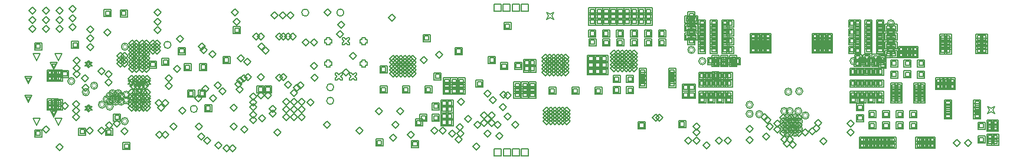
<source format=gbr>
%TF.GenerationSoftware,Altium Limited,Altium Designer,19.0.15 (446)*%
G04 Layer_Color=2752767*
%FSLAX45Y45*%
%MOMM*%
%TF.FileFunction,Drawing*%
%TF.Part,CustomerPanel*%
G01*
G75*
%TA.AperFunction,NonConductor*%
%ADD118C,0.12700*%
%ADD240C,0.16933*%
%ADD241C,0.10160*%
D118*
X9271000Y5908040D02*
Y6009640D01*
X9372600D01*
Y5908040D01*
X9271000D01*
X9400540Y5907326D02*
Y6008926D01*
X9502140D01*
Y5907326D01*
X9400540D01*
X9530080Y5908040D02*
Y6009640D01*
X9631680D01*
Y5908040D01*
X9530080D01*
X9659620D02*
Y6009640D01*
X9761220D01*
Y5908040D01*
X9659620D01*
X9657080Y7988300D02*
Y8089900D01*
X9758680D01*
Y7988300D01*
X9657080D01*
X9527540D02*
Y8089900D01*
X9629140D01*
Y7988300D01*
X9527540D01*
X9398000Y7987586D02*
Y8089186D01*
X9499600D01*
Y7987586D01*
X9398000D01*
X9268460Y7988300D02*
Y8089900D01*
X9370060D01*
Y7988300D01*
X9268460D01*
X3018200Y7273298D02*
X2967400Y7374898D01*
X3069000D01*
X3018200Y7273298D01*
X2703200D02*
X2652400Y7374898D01*
X2754000D01*
X2703200Y7273298D01*
X3018200Y6343298D02*
X2967400Y6444898D01*
X3069000D01*
X3018200Y6343298D01*
X2703200D02*
X2652400Y6444898D01*
X2754000D01*
X2703200Y6343298D01*
X4288600Y6910260D02*
X4314000Y6935660D01*
X4339400D01*
X4314000Y6961060D01*
X4339400Y6986460D01*
X4314000D01*
X4288600Y7011860D01*
X4263200Y6986460D01*
X4237800D01*
X4263200Y6961060D01*
X4237800Y6935660D01*
X4263200D01*
X4288600Y6910260D01*
X4073600D02*
X4099000Y6935660D01*
X4124400D01*
X4099000Y6961060D01*
X4124400Y6986460D01*
X4099000D01*
X4073600Y7011860D01*
X4048200Y6986460D01*
X4022800D01*
X4048200Y6961060D01*
X4022800Y6935660D01*
X4048200D01*
X4073600Y6910260D01*
X4181100D02*
X4206500Y6935660D01*
X4231900D01*
X4206500Y6961060D01*
X4231900Y6986460D01*
X4206500D01*
X4181100Y7011860D01*
X4155700Y6986460D01*
X4130300D01*
X4155700Y6961060D01*
X4130300Y6935660D01*
X4155700D01*
X4181100Y6910260D01*
Y6768760D02*
X4206500Y6794160D01*
X4231900D01*
X4206500Y6819560D01*
X4231900Y6844960D01*
X4206500D01*
X4181100Y6870360D01*
X4155700Y6844960D01*
X4130300D01*
X4155700Y6819560D01*
X4130300Y6794160D01*
X4155700D01*
X4181100Y6768760D01*
Y6546760D02*
X4206500Y6572160D01*
X4231900D01*
X4206500Y6597560D01*
X4231900Y6622960D01*
X4206500D01*
X4181100Y6648360D01*
X4155700Y6622960D01*
X4130300D01*
X4155700Y6597560D01*
X4130300Y6572160D01*
X4155700D01*
X4181100Y6546760D01*
X4288600Y6657760D02*
X4314000Y6683160D01*
X4339400D01*
X4314000Y6708560D01*
X4339400Y6733960D01*
X4314000D01*
X4288600Y6759360D01*
X4263200Y6733960D01*
X4237800D01*
X4263200Y6708560D01*
X4237800Y6683160D01*
X4263200D01*
X4288600Y6657760D01*
X4073600D02*
X4099000Y6683160D01*
X4124400D01*
X4099000Y6708560D01*
X4124400Y6733960D01*
X4099000D01*
X4073600Y6759360D01*
X4048200Y6733960D01*
X4022800D01*
X4048200Y6708560D01*
X4022800Y6683160D01*
X4048200D01*
X4073600Y6657760D01*
X4181100D02*
X4206500Y6683160D01*
X4231900D01*
X4206500Y6708560D01*
X4231900Y6733960D01*
X4206500D01*
X4181100Y6759360D01*
X4155700Y6733960D01*
X4130300D01*
X4155700Y6708560D01*
X4130300Y6683160D01*
X4155700D01*
X4181100Y6657760D01*
X10021500Y7866340D02*
X10046900Y7917140D01*
X10021500Y7967940D01*
X10072300Y7942540D01*
X10123100Y7967940D01*
X10097700Y7917140D01*
X10123100Y7866340D01*
X10072300Y7891740D01*
X10021500Y7866340D01*
X16343559Y6517600D02*
X16368961Y6568400D01*
X16343559Y6619200D01*
X16394360Y6593800D01*
X16445160Y6619200D01*
X16419760Y6568400D01*
X16445160Y6517600D01*
X16394360Y6543000D01*
X16343559Y6517600D01*
X6861220Y7530460D02*
Y7505060D01*
X6912020D01*
Y7530460D01*
X6937420D01*
Y7581260D01*
X6912020D01*
Y7606660D01*
X6861220D01*
Y7581260D01*
X6835820D01*
Y7530460D01*
X6861220D01*
Y7212960D02*
Y7187560D01*
X6912020D01*
Y7212960D01*
X6937420D01*
Y7263760D01*
X6912020D01*
Y7289160D01*
X6861220D01*
Y7263760D01*
X6835820D01*
Y7212960D01*
X6861220D01*
X7369220D02*
Y7187560D01*
X7420020D01*
Y7212960D01*
X7445420D01*
Y7263760D01*
X7420020D01*
Y7289160D01*
X7369220D01*
Y7263760D01*
X7343820D01*
Y7212960D01*
X7369220D01*
Y7530460D02*
Y7505060D01*
X7420020D01*
Y7530460D01*
X7445420D01*
Y7581260D01*
X7420020D01*
Y7606660D01*
X7369220D01*
Y7581260D01*
X7343820D01*
Y7530460D01*
X7369220D01*
X7089820Y7505060D02*
X7115220D01*
X7140620Y7530460D01*
X7166020Y7505060D01*
X7191420D01*
Y7530460D01*
X7166020Y7555860D01*
X7191420Y7581260D01*
Y7606660D01*
X7166020D01*
X7140620Y7581260D01*
X7115220Y7606660D01*
X7089820D01*
Y7581260D01*
X7115220Y7555860D01*
X7089820Y7530460D01*
Y7505060D01*
X7191420Y6997060D02*
X7216820D01*
X7242220Y7022460D01*
X7267620Y6997060D01*
X7293020D01*
Y7022460D01*
X7267620Y7047860D01*
X7293020Y7073260D01*
Y7098660D01*
X7267620D01*
X7242220Y7073260D01*
X7216820Y7098660D01*
X7191420D01*
Y7073260D01*
X7216820Y7047860D01*
X7191420Y7022460D01*
Y6997060D01*
X6988220D02*
X7013620D01*
X7039020Y7022460D01*
X7064420Y6997060D01*
X7089820D01*
Y7022460D01*
X7064420Y7047860D01*
X7089820Y7073260D01*
Y7098660D01*
X7064420D01*
X7039020Y7073260D01*
X7013620Y7098660D01*
X6988220D01*
Y7073260D01*
X7013620Y7047860D01*
X6988220Y7022460D01*
Y6997060D01*
X13369820Y6457121D02*
X13420621Y6507921D01*
X13471420Y6457121D01*
X13420621Y6406321D01*
X13369820Y6457121D01*
X13589819D02*
X13640620Y6507921D01*
X13691420Y6457121D01*
X13640620Y6406321D01*
X13589819Y6457121D01*
X13369820Y6237121D02*
X13420621Y6287921D01*
X13471420Y6237121D01*
X13420621Y6186321D01*
X13369820Y6237121D01*
X13589819D02*
X13640620Y6287921D01*
X13691420Y6237121D01*
X13640620Y6186321D01*
X13589819Y6237121D01*
X13369820Y6347121D02*
X13420621Y6397921D01*
X13471420Y6347121D01*
X13420621Y6296321D01*
X13369820Y6347121D01*
X13479820Y6457121D02*
X13530620Y6507921D01*
X13581419Y6457121D01*
X13530620Y6406321D01*
X13479820Y6457121D01*
Y6237121D02*
X13530620Y6287921D01*
X13581419Y6237121D01*
X13530620Y6186321D01*
X13479820Y6237121D01*
X13587320Y6347121D02*
X13638120Y6397921D01*
X13688921Y6347121D01*
X13638120Y6296321D01*
X13587320Y6347121D01*
X7024300Y7795220D02*
X7075100Y7846020D01*
X7125900Y7795220D01*
X7075100Y7744420D01*
X7024300Y7795220D01*
X5764820Y6758900D02*
X5815620Y6809700D01*
X5866420Y6758900D01*
X5815620Y6708100D01*
X5764820Y6758900D01*
X6583280Y6673800D02*
X6634080Y6724600D01*
X6684880Y6673800D01*
X6634080Y6623000D01*
X6583280Y6673800D01*
X8430645Y7359832D02*
X8481445Y7410632D01*
X8532245Y7359832D01*
X8481445Y7309032D01*
X8430645Y7359832D01*
X8212581Y7282400D02*
X8263381Y7333200D01*
X8314181Y7282400D01*
X8263381Y7231600D01*
X8212581Y7282400D01*
X7770640Y6170964D02*
X7821440Y6221764D01*
X7872240Y6170964D01*
X7821440Y6120164D01*
X7770640Y6170964D01*
X8083540Y6027380D02*
Y6128980D01*
X8185140D01*
Y6027380D01*
X8083540D01*
X8103860Y6047700D02*
Y6108660D01*
X8164820D01*
Y6047700D01*
X8103860D01*
X8707040Y6139536D02*
X8757840Y6190336D01*
X8808640Y6139536D01*
X8757840Y6088736D01*
X8707040Y6139536D01*
X7570400Y6549621D02*
X7621200Y6600421D01*
X7672000Y6549621D01*
X7621200Y6498821D01*
X7570400Y6549621D01*
X9293780Y6192241D02*
X9344580Y6243041D01*
X9395380Y6192241D01*
X9344580Y6141441D01*
X9293780Y6192241D01*
X4501420Y6664920D02*
X4552220Y6715720D01*
X4603020Y6664920D01*
X4552220Y6614120D01*
X4501420Y6664920D01*
X5256460Y6924000D02*
X5307260Y6974800D01*
X5358060Y6924000D01*
X5307260Y6873200D01*
X5256460Y6924000D01*
X5322500Y6835100D02*
X5373300Y6885900D01*
X5424100Y6835100D01*
X5373300Y6784300D01*
X5322500Y6835100D01*
X5871300Y7623856D02*
X5922100Y7674656D01*
X5972900Y7623856D01*
X5922100Y7573056D01*
X5871300Y7623856D01*
X5678100Y7255820D02*
X5728900Y7306620D01*
X5779700Y7255820D01*
X5728900Y7205020D01*
X5678100Y7255820D01*
X11915320Y6311860D02*
Y6413460D01*
X12016920D01*
Y6311860D01*
X11915320D01*
X11935640Y6332180D02*
Y6393140D01*
X11996600D01*
Y6332180D01*
X11935640D01*
X6639840Y7035177D02*
X6690640Y7085977D01*
X6741440Y7035177D01*
X6690640Y6984377D01*
X6639840Y7035177D01*
X9410343Y7724500D02*
Y7826100D01*
X9511943D01*
Y7724500D01*
X9410343D01*
X9430663Y7744820D02*
Y7805780D01*
X9491623D01*
Y7744820D01*
X9430663D01*
X8249400Y7550679D02*
Y7652279D01*
X8351000D01*
Y7550679D01*
X8249400D01*
X8269720Y7570999D02*
Y7631959D01*
X8330680D01*
Y7570999D01*
X8269720D01*
X3232365Y7168946D02*
X3283165Y7219746D01*
X3333965Y7168946D01*
X3283165Y7118146D01*
X3232365Y7168946D01*
X7755320Y7896820D02*
X7806120Y7947620D01*
X7856920Y7896820D01*
X7806120Y7846020D01*
X7755320Y7896820D01*
X9007320Y6894080D02*
Y6995680D01*
X9108920D01*
Y6894080D01*
X9007320D01*
X9027640Y6914400D02*
Y6975360D01*
X9088600D01*
Y6914400D01*
X9027640D01*
X9414440Y6774660D02*
X9465240Y6825460D01*
X9516040Y6774660D01*
X9465240Y6723860D01*
X9414440Y6774660D01*
X9349820Y6789620D02*
X9400620Y6840420D01*
X9451420Y6789620D01*
X9400620Y6738820D01*
X9349820Y6789620D01*
X7867580Y6549400D02*
X7918380Y6600200D01*
X7969180Y6549400D01*
X7918380Y6498600D01*
X7867580Y6549400D01*
X8709820Y7360880D02*
Y7462480D01*
X8811420D01*
Y7360880D01*
X8709820D01*
X8730140Y7381200D02*
Y7442160D01*
X8791100D01*
Y7381200D01*
X8730140D01*
X8406060Y7000200D02*
Y7101800D01*
X8507660D01*
Y7000200D01*
X8406060D01*
X8426380Y7020520D02*
Y7081480D01*
X8487340D01*
Y7020520D01*
X8426380D01*
X10626020Y7614880D02*
Y7716480D01*
X10727620D01*
Y7614880D01*
X10626020D01*
X10646340Y7635200D02*
Y7696160D01*
X10707300D01*
Y7635200D01*
X10646340D01*
X10824140Y7614880D02*
Y7716480D01*
X10925740D01*
Y7614880D01*
X10824140D01*
X10844460Y7635200D02*
Y7696160D01*
X10905420D01*
Y7635200D01*
X10844460D01*
X11024800Y7614880D02*
Y7716480D01*
X11126400D01*
Y7614880D01*
X11024800D01*
X11045120Y7635200D02*
Y7696160D01*
X11106080D01*
Y7635200D01*
X11045120D01*
X11228000Y7614880D02*
Y7716480D01*
X11329600D01*
Y7614880D01*
X11228000D01*
X11248320Y7635200D02*
Y7696160D01*
X11309280D01*
Y7635200D01*
X11248320D01*
X11428660Y7614880D02*
Y7716480D01*
X11530260D01*
Y7614880D01*
X11428660D01*
X11448980Y7635200D02*
Y7696160D01*
X11509940D01*
Y7635200D01*
X11448980D01*
X11626780Y7614880D02*
Y7716480D01*
X11728380D01*
Y7614880D01*
X11626780D01*
X11647100Y7635200D02*
Y7696160D01*
X11708060D01*
Y7635200D01*
X11647100D01*
X11331613Y7788820D02*
Y7890420D01*
X11433213D01*
Y7788820D01*
X11331613D01*
X11351933Y7809140D02*
Y7870100D01*
X11412893D01*
Y7809140D01*
X11351933D01*
X11432578Y7788820D02*
Y7890420D01*
X11534178D01*
Y7788820D01*
X11432578D01*
X11452898Y7809140D02*
Y7870100D01*
X11513858D01*
Y7809140D01*
X11452898D01*
X11129683Y7788820D02*
Y7890420D01*
X11231283D01*
Y7788820D01*
X11129683D01*
X11150003Y7809140D02*
Y7870100D01*
X11210963D01*
Y7809140D01*
X11150003D01*
X11230648Y7788820D02*
Y7890420D01*
X11332248D01*
Y7788820D01*
X11230648D01*
X11250968Y7809140D02*
Y7870100D01*
X11311928D01*
Y7809140D01*
X11250968D01*
X10927753Y7788820D02*
Y7890420D01*
X11029353D01*
Y7788820D01*
X10927753D01*
X10948073Y7809140D02*
Y7870100D01*
X11009033D01*
Y7809140D01*
X10948073D01*
X11028718Y7788820D02*
Y7890420D01*
X11130318D01*
Y7788820D01*
X11028718D01*
X11049038Y7809140D02*
Y7870100D01*
X11109998D01*
Y7809140D01*
X11049038D01*
X10725823Y7788820D02*
Y7890420D01*
X10827423D01*
Y7788820D01*
X10725823D01*
X10746143Y7809140D02*
Y7870100D01*
X10807103D01*
Y7809140D01*
X10746143D01*
X10826788Y7788820D02*
Y7890420D01*
X10928388D01*
Y7788820D01*
X10826788D01*
X10847108Y7809140D02*
Y7870100D01*
X10908068D01*
Y7809140D01*
X10847108D01*
X10624858Y7788820D02*
Y7890420D01*
X10726458D01*
Y7788820D01*
X10624858D01*
X10645178Y7809140D02*
Y7870100D01*
X10706138D01*
Y7809140D01*
X10645178D01*
X10069940Y7316762D02*
X10120740Y7367562D01*
X10171540Y7316762D01*
X10120740Y7265962D01*
X10069940Y7316762D01*
X10128180Y7316437D02*
X10178980Y7367237D01*
X10229780Y7316437D01*
X10178980Y7265637D01*
X10128180Y7316437D01*
X9955640Y7316762D02*
X10006440Y7367562D01*
X10057240Y7316762D01*
X10006440Y7265962D01*
X9955640Y7316762D01*
X10013880Y7316437D02*
X10064680Y7367237D01*
X10115480Y7316437D01*
X10064680Y7265637D01*
X10013880Y7316437D01*
X16177940Y7375501D02*
Y7477101D01*
X16279539D01*
Y7375501D01*
X16177940D01*
X16198260Y7395821D02*
Y7456781D01*
X16259219D01*
Y7395821D01*
X16198260D01*
X16177940Y7435500D02*
Y7537100D01*
X16279539D01*
Y7435500D01*
X16177940D01*
X16198260Y7455820D02*
Y7516780D01*
X16259219D01*
Y7455820D01*
X16198260D01*
X16242940Y7495500D02*
Y7597100D01*
X16344540D01*
Y7495500D01*
X16242940D01*
X16263260Y7515820D02*
Y7576780D01*
X16324220D01*
Y7515820D01*
X16263260D01*
X16242940Y7435500D02*
Y7537100D01*
X16344540D01*
Y7435500D01*
X16242940D01*
X16263260Y7455820D02*
Y7516780D01*
X16324220D01*
Y7455820D01*
X16263260D01*
X16177940Y7495500D02*
Y7597100D01*
X16279539D01*
Y7495500D01*
X16177940D01*
X16198260Y7515820D02*
Y7576780D01*
X16259219D01*
Y7515820D01*
X16198260D01*
X16242940Y7375501D02*
Y7477101D01*
X16344540D01*
Y7375501D01*
X16242940D01*
X16263260Y7395821D02*
Y7456781D01*
X16324220D01*
Y7395821D01*
X16263260D01*
X16177940Y7555500D02*
Y7657100D01*
X16279539D01*
Y7555500D01*
X16177940D01*
X16198260Y7575820D02*
Y7636780D01*
X16259219D01*
Y7575820D01*
X16198260D01*
X16242940Y7555500D02*
Y7657100D01*
X16344540D01*
Y7555500D01*
X16242940D01*
X16263260Y7575820D02*
Y7636780D01*
X16324220D01*
Y7575820D01*
X16263260D01*
X15725301Y7553920D02*
Y7655520D01*
X15826900D01*
Y7553920D01*
X15725301D01*
X15745621Y7574240D02*
Y7635200D01*
X15806580D01*
Y7574240D01*
X15745621D01*
X15660300Y7553920D02*
Y7655520D01*
X15761900D01*
Y7553920D01*
X15660300D01*
X15680620Y7574240D02*
Y7635200D01*
X15741580D01*
Y7574240D01*
X15680620D01*
X15725301Y7373921D02*
Y7475521D01*
X15826900D01*
Y7373921D01*
X15725301D01*
X15745621Y7394241D02*
Y7455201D01*
X15806580D01*
Y7394241D01*
X15745621D01*
X15660300Y7493920D02*
Y7595520D01*
X15761900D01*
Y7493920D01*
X15660300D01*
X15680620Y7514240D02*
Y7575200D01*
X15741580D01*
Y7514240D01*
X15680620D01*
X15659340Y6861508D02*
Y6963108D01*
X15760941D01*
Y6861508D01*
X15659340D01*
X15679660Y6881828D02*
Y6942788D01*
X15740620D01*
Y6881828D01*
X15679660D01*
X15719341Y6861508D02*
Y6963108D01*
X15820940D01*
Y6861508D01*
X15719341D01*
X15739661Y6881828D02*
Y6942788D01*
X15800620D01*
Y6881828D01*
X15739661D01*
X15659340Y6926508D02*
Y7028108D01*
X15760941D01*
Y6926508D01*
X15659340D01*
X15679660Y6946828D02*
Y7007788D01*
X15740620D01*
Y6946828D01*
X15679660D01*
X15599339Y6926508D02*
Y7028108D01*
X15700940D01*
Y6926508D01*
X15599339D01*
X15619659Y6946828D02*
Y7007788D01*
X15680620D01*
Y6946828D01*
X15619659D01*
X15725301Y7433921D02*
Y7535521D01*
X15826900D01*
Y7433921D01*
X15725301D01*
X15745621Y7454241D02*
Y7515201D01*
X15806580D01*
Y7454241D01*
X15745621D01*
X15725301Y7493920D02*
Y7595520D01*
X15826900D01*
Y7493920D01*
X15725301D01*
X15745621Y7514240D02*
Y7575200D01*
X15806580D01*
Y7514240D01*
X15745621D01*
X15660300Y7433921D02*
Y7535521D01*
X15761900D01*
Y7433921D01*
X15660300D01*
X15680620Y7454241D02*
Y7515201D01*
X15741580D01*
Y7454241D01*
X15680620D01*
X15660300Y7373921D02*
Y7475521D01*
X15761900D01*
Y7373921D01*
X15660300D01*
X15680620Y7394241D02*
Y7455201D01*
X15741580D01*
Y7394241D01*
X15680620D01*
X15599339Y6861508D02*
Y6963108D01*
X15700940D01*
Y6861508D01*
X15599339D01*
X15619659Y6881828D02*
Y6942788D01*
X15680620D01*
Y6881828D01*
X15619659D01*
X15719341Y6926508D02*
Y7028108D01*
X15820940D01*
Y6926508D01*
X15719341D01*
X15739661Y6946828D02*
Y7007788D01*
X15800620D01*
Y6946828D01*
X15739661D01*
X15779340Y6861508D02*
Y6963108D01*
X15880940D01*
Y6861508D01*
X15779340D01*
X15799660Y6881828D02*
Y6942788D01*
X15860620D01*
Y6881828D01*
X15799660D01*
X15779340Y6926508D02*
Y7028108D01*
X15880940D01*
Y6926508D01*
X15779340D01*
X15799660Y6946828D02*
Y7007788D01*
X15860620D01*
Y6946828D01*
X15799660D01*
X15127319Y7316320D02*
Y7417920D01*
X15228920D01*
Y7316320D01*
X15127319D01*
X15147639Y7336640D02*
Y7397600D01*
X15208600D01*
Y7336640D01*
X15147639D01*
X15127319Y7381321D02*
Y7482921D01*
X15228920D01*
Y7381321D01*
X15127319D01*
X15147639Y7401641D02*
Y7462601D01*
X15208600D01*
Y7401641D01*
X15147639D01*
X15067320Y7381321D02*
Y7482921D01*
X15168919D01*
Y7381321D01*
X15067320D01*
X15087640Y7401641D02*
Y7462601D01*
X15148599D01*
Y7401641D01*
X15087640D01*
X15187320Y7316320D02*
Y7417920D01*
X15288921D01*
Y7316320D01*
X15187320D01*
X15207640Y7336640D02*
Y7397600D01*
X15268600D01*
Y7336640D01*
X15207640D01*
X15067320Y7316320D02*
Y7417920D01*
X15168919D01*
Y7316320D01*
X15067320D01*
X15087640Y7336640D02*
Y7397600D01*
X15148599D01*
Y7336640D01*
X15087640D01*
X15247321Y7316320D02*
Y7417920D01*
X15348920D01*
Y7316320D01*
X15247321D01*
X15267641Y7336640D02*
Y7397600D01*
X15328600D01*
Y7336640D01*
X15267641D01*
X15187320Y7381321D02*
Y7482921D01*
X15288921D01*
Y7381321D01*
X15187320D01*
X15207640Y7401641D02*
Y7462601D01*
X15268600D01*
Y7401641D01*
X15207640D01*
X15247321Y7381321D02*
Y7482921D01*
X15348920D01*
Y7381321D01*
X15247321D01*
X15267641Y7401641D02*
Y7462601D01*
X15328600D01*
Y7401641D01*
X15267641D01*
X6827680Y7968357D02*
X6878480Y8019157D01*
X6929280Y7968357D01*
X6878480Y7917557D01*
X6827680Y7968357D01*
X3692320Y7084660D02*
X3743120Y7135460D01*
X3793920Y7084660D01*
X3743120Y7033860D01*
X3692320Y7084660D01*
X5627640Y7023060D02*
X5678440Y7073860D01*
X5729240Y7023060D01*
X5678440Y6972260D01*
X5627640Y7023060D01*
X5579040Y6987500D02*
X5629840Y7038300D01*
X5680640Y6987500D01*
X5629840Y6936700D01*
X5579040Y6987500D01*
X3692320Y6967081D02*
X3743120Y7017881D01*
X3793920Y6967081D01*
X3743120Y6916281D01*
X3692320Y6967081D01*
X3208180Y7452649D02*
Y7554249D01*
X3309780D01*
Y7452649D01*
X3208180D01*
X3228500Y7472969D02*
Y7533929D01*
X3289460D01*
Y7472969D01*
X3228500D01*
X3062400Y6623098D02*
X3113200Y6673898D01*
X3164000Y6623098D01*
X3113200Y6572298D01*
X3062400Y6623098D01*
X2588200Y6673298D02*
X2537400Y6774898D01*
X2639000D01*
X2588200Y6673298D01*
Y6693618D02*
X2557720Y6754578D01*
X2618680D01*
X2588200Y6693618D01*
Y6943298D02*
X2537400Y7044898D01*
X2639000D01*
X2588200Y6943298D01*
Y6963618D02*
X2557720Y7024578D01*
X2618680D01*
X2588200Y6963618D01*
X2953200Y7148298D02*
X2902400Y7249898D01*
X3004000D01*
X2953200Y7148298D01*
Y7168618D02*
X2922720Y7229578D01*
X2983680D01*
X2953200Y7168618D01*
Y6468298D02*
X2902400Y6569898D01*
X3004000D01*
X2953200Y6468298D01*
Y6488618D02*
X2922720Y6549578D01*
X2983680D01*
X2953200Y6488618D01*
X3232080Y7273700D02*
X3282880Y7324500D01*
X3333680Y7273700D01*
X3282880Y7222900D01*
X3232080Y7273700D01*
Y7080660D02*
X3282880Y7131460D01*
X3333680Y7080660D01*
X3282880Y7029860D01*
X3232080Y7080660D01*
X2677220Y7432625D02*
Y7534225D01*
X2778820D01*
Y7432625D01*
X2677220D01*
X2697540Y7452945D02*
Y7513905D01*
X2758500D01*
Y7452945D01*
X2697540D01*
X9124880Y6225074D02*
X9175680Y6275874D01*
X9226480Y6225074D01*
X9175680Y6174274D01*
X9124880Y6225074D01*
X8965080Y6041908D02*
X9015880Y6092708D01*
X9066680Y6041908D01*
X9015880Y5991108D01*
X8965080Y6041908D01*
X9348400Y6603960D02*
X9399200Y6654760D01*
X9450000Y6603960D01*
X9399200Y6553160D01*
X9348400Y6603960D01*
X3062400Y7034138D02*
Y7135738D01*
X3164000D01*
Y7034138D01*
X3062400D01*
X3082720Y7054458D02*
Y7115418D01*
X3143680D01*
Y7054458D01*
X3082720D01*
X13122601Y6183958D02*
X13173402Y6234758D01*
X13224202Y6183958D01*
X13173402Y6133158D01*
X13122601Y6183958D01*
X6261300Y7625756D02*
X6312100Y7676556D01*
X6362900Y7625756D01*
X6312100Y7574956D01*
X6261300Y7625756D01*
X6196300D02*
X6247100Y7676556D01*
X6297900Y7625756D01*
X6247100Y7574956D01*
X6196300Y7625756D01*
X4184580Y6707120D02*
X4235380Y6757920D01*
X4286180Y6707120D01*
X4235380Y6656320D01*
X4184580Y6707120D01*
X4154100Y6917000D02*
X4204900Y6967800D01*
X4255700Y6917000D01*
X4204900Y6866200D01*
X4154100Y6917000D01*
X4184580Y6597900D02*
X4235380Y6648700D01*
X4286180Y6597900D01*
X4235380Y6547100D01*
X4184580Y6597900D01*
X4103885Y6916380D02*
X4154685Y6967180D01*
X4205485Y6916380D01*
X4154685Y6865580D01*
X4103885Y6916380D01*
X4184580Y6652510D02*
X4235380Y6703310D01*
X4286180Y6652510D01*
X4235380Y6601710D01*
X4184580Y6652510D01*
X4075360Y6598880D02*
X4126160Y6649680D01*
X4176960Y6598880D01*
X4126160Y6548080D01*
X4075360Y6598880D01*
X4237800Y6763170D02*
X4288600Y6813970D01*
X4339400Y6763170D01*
X4288600Y6712370D01*
X4237800Y6763170D01*
X4022800Y7010360D02*
X4073600Y7061160D01*
X4124400Y7010360D01*
X4073600Y6959560D01*
X4022800Y7010360D01*
X4075360Y6708100D02*
X4126160Y6758900D01*
X4176960Y6708100D01*
X4126160Y6657300D01*
X4075360Y6708100D01*
X4237800Y6599340D02*
X4288600Y6650140D01*
X4339400Y6599340D01*
X4288600Y6548540D01*
X4237800Y6599340D01*
X4438039Y6603519D02*
X4488839Y6654319D01*
X4539639Y6603519D01*
X4488839Y6552719D01*
X4438039Y6603519D01*
X4235380Y7010360D02*
X4286180Y7061160D01*
X4336980Y7010360D01*
X4286180Y6959560D01*
X4235380Y7010360D01*
X4022800Y6763170D02*
X4073600Y6813970D01*
X4124400Y6763170D01*
X4073600Y6712370D01*
X4022800Y6763170D01*
X4075945Y6961380D02*
X4126745Y7012180D01*
X4177545Y6961380D01*
X4126745Y6910580D01*
X4075945Y6961380D01*
X4130300Y6763170D02*
X4181100Y6813970D01*
X4231900Y6763170D01*
X4181100Y6712370D01*
X4130300Y6763170D01*
X4182235Y7010360D02*
X4233035Y7061160D01*
X4283835Y7010360D01*
X4233035Y6959560D01*
X4182235Y7010360D01*
X4022800Y6599340D02*
X4073600Y6650140D01*
X4124400Y6599340D01*
X4073600Y6548540D01*
X4022800Y6599340D01*
X4075360Y6762710D02*
X4126160Y6813510D01*
X4176960Y6762710D01*
X4126160Y6711910D01*
X4075360Y6762710D01*
X4407681Y6664920D02*
X4458481Y6715720D01*
X4509281Y6664920D01*
X4458481Y6614120D01*
X4407681Y6664920D01*
X4045660Y6916380D02*
X4096460Y6967180D01*
X4147260Y6916380D01*
X4096460Y6865580D01*
X4045660Y6916380D01*
X4129090Y7010360D02*
X4179890Y7061160D01*
X4230690Y7010360D01*
X4179890Y6959560D01*
X4129090Y7010360D01*
X4075360Y6653490D02*
X4126160Y6704290D01*
X4176960Y6653490D01*
X4126160Y6602690D01*
X4075360Y6653490D01*
X4130300Y6653950D02*
X4181100Y6704750D01*
X4231900Y6653950D01*
X4181100Y6603150D01*
X4130300Y6653950D01*
X4212962Y6917753D02*
X4263762Y6968553D01*
X4314562Y6917753D01*
X4263762Y6866953D01*
X4212962Y6917753D01*
X4237800Y6653950D02*
X4288600Y6704750D01*
X4339400Y6653950D01*
X4288600Y6603150D01*
X4237800Y6653950D01*
X4075360Y6817320D02*
X4126160Y6868120D01*
X4176960Y6817320D01*
X4126160Y6766520D01*
X4075360Y6817320D01*
X4237800Y6817780D02*
X4288600Y6868580D01*
X4339400Y6817780D01*
X4288600Y6766980D01*
X4237800Y6817780D01*
X4075945Y7010360D02*
X4126745Y7061160D01*
X4177545Y7010360D01*
X4126745Y6959560D01*
X4075945Y7010360D01*
X4022800Y6653950D02*
X4073600Y6704750D01*
X4124400Y6653950D01*
X4073600Y6603150D01*
X4022800Y6653950D01*
X4184580Y6816340D02*
X4235380Y6867140D01*
X4286180Y6816340D01*
X4235380Y6765540D01*
X4184580Y6816340D01*
X4182235Y6961380D02*
X4233035Y7012180D01*
X4283835Y6961380D01*
X4233035Y6910580D01*
X4182235Y6961380D01*
X4022800Y6817780D02*
X4073600Y6868580D01*
X4124400Y6817780D01*
X4073600Y6766980D01*
X4022800Y6817780D01*
X4184580Y6761730D02*
X4235380Y6812530D01*
X4286180Y6761730D01*
X4235380Y6710930D01*
X4184580Y6761730D01*
X3694520Y6197560D02*
Y6299160D01*
X3796120D01*
Y6197560D01*
X3694520D01*
X3714840Y6217880D02*
Y6278840D01*
X3775800D01*
Y6217880D01*
X3714840D01*
X3811200Y6406660D02*
Y6508260D01*
X3912800D01*
Y6406660D01*
X3811200D01*
X3831520Y6426980D02*
Y6487940D01*
X3892480D01*
Y6426980D01*
X3831520D01*
X6442400Y6924240D02*
X6493200Y6975040D01*
X6544000Y6924240D01*
X6493200Y6873440D01*
X6442400Y6924240D01*
X3349960Y7026080D02*
X3400760Y7076880D01*
X3451560Y7026080D01*
X3400760Y6975280D01*
X3349960Y7026080D01*
X3173660Y7760140D02*
X3224460Y7810940D01*
X3275260Y7760140D01*
X3224460Y7709340D01*
X3173660Y7760140D01*
Y8019220D02*
X3224460Y8070020D01*
X3275260Y8019220D01*
X3224460Y7968420D01*
X3173660Y8019220D01*
Y7888120D02*
X3224460Y7938920D01*
X3275260Y7888120D01*
X3224460Y7837320D01*
X3173660Y7888120D01*
X3427660Y7727221D02*
X3478460Y7778021D01*
X3529260Y7727221D01*
X3478460Y7676421D01*
X3427660Y7727221D01*
Y7596120D02*
X3478460Y7646920D01*
X3529260Y7596120D01*
X3478460Y7545320D01*
X3427660Y7596120D01*
Y7468141D02*
X3478460Y7518941D01*
X3529260Y7468141D01*
X3478460Y7417341D01*
X3427660Y7468141D01*
X5586660Y7310080D02*
X5637460Y7360880D01*
X5688260Y7310080D01*
X5637460Y7259280D01*
X5586660Y7310080D01*
X13277319Y6367121D02*
X13328120Y6417921D01*
X13378920Y6367121D01*
X13328120Y6316321D01*
X13277319Y6367121D01*
X13134337Y6418540D02*
X13185136Y6469340D01*
X13235938Y6418540D01*
X13185136Y6367740D01*
X13134337Y6418540D01*
X13168559Y6327100D02*
X13219360Y6377900D01*
X13270160Y6327100D01*
X13219360Y6276300D01*
X13168559Y6327100D01*
X13780998Y6263287D02*
X13831798Y6314087D01*
X13882597Y6263287D01*
X13831798Y6212487D01*
X13780998Y6263287D01*
X13682320Y6247121D02*
X13733121Y6297921D01*
X13783920Y6247121D01*
X13733121Y6196321D01*
X13682320Y6247121D01*
X13839120Y6299160D02*
X13889920Y6349960D01*
X13940720Y6299160D01*
X13889920Y6248360D01*
X13839120Y6299160D01*
X13868820Y6377280D02*
X13919620Y6428080D01*
X13970419Y6377280D01*
X13919620Y6326480D01*
X13868820Y6377280D01*
X13380460Y6144621D02*
X13431261Y6195421D01*
X13482060Y6144621D01*
X13431261Y6093821D01*
X13380460Y6144621D01*
X13459821D02*
X13510620Y6195421D01*
X13561420Y6144621D01*
X13510620Y6093821D01*
X13459821Y6144621D01*
X12264320Y6057860D02*
X12315120Y6108660D01*
X12365920Y6057860D01*
X12315120Y6007060D01*
X12264320Y6057860D01*
X13499820Y6064058D02*
X13550620Y6114858D01*
X13601421Y6064058D01*
X13550620Y6013258D01*
X13499820Y6064058D01*
X13419820Y6079620D02*
X13470621Y6130420D01*
X13521420Y6079620D01*
X13470621Y6028820D01*
X13419820Y6079620D01*
X13944820Y6114620D02*
X13995621Y6165420D01*
X14046420Y6114620D01*
X13995621Y6063820D01*
X13944820Y6114620D01*
X13277319Y6286521D02*
X13328120Y6337321D01*
X13378920Y6286521D01*
X13328120Y6235721D01*
X13277319Y6286521D01*
X13094901Y6461720D02*
X13145700Y6512520D01*
X13196500Y6461720D01*
X13145700Y6410920D01*
X13094901Y6461720D01*
X11588680Y6454100D02*
X11639480Y6504900D01*
X11690280Y6454100D01*
X11639480Y6403300D01*
X11588680Y6454100D01*
X11535993Y6454580D02*
X11586793Y6505380D01*
X11637593Y6454580D01*
X11586793Y6403780D01*
X11535993Y6454580D01*
X12124820Y6332120D02*
X12175620Y6382920D01*
X12226420Y6332120D01*
X12175620Y6281320D01*
X12124820Y6332120D01*
X5383460Y6017220D02*
X5434260Y6068020D01*
X5485060Y6017220D01*
X5434260Y5966420D01*
X5383460Y6017220D01*
X5467280Y6014620D02*
X5518080Y6065420D01*
X5568880Y6014620D01*
X5518080Y5963820D01*
X5467280Y6014620D01*
X5261540Y6060400D02*
X5312340Y6111200D01*
X5363140Y6060400D01*
X5312340Y6009600D01*
X5261540Y6060400D01*
X4551968Y6916380D02*
X4602768Y6967180D01*
X4653568Y6916380D01*
X4602768Y6865580D01*
X4551968Y6916380D01*
X4553170Y7020520D02*
X4603970Y7071320D01*
X4654770Y7020520D01*
X4603970Y6969720D01*
X4553170Y7020520D01*
X3694360Y6347681D02*
X3745160Y6398481D01*
X3795960Y6347681D01*
X3745160Y6296881D01*
X3694360Y6347681D01*
X3811200Y6369460D02*
X3862000Y6420260D01*
X3912800Y6369460D01*
X3862000Y6318660D01*
X3811200Y6369460D01*
X3310820Y6203541D02*
Y6305141D01*
X3412420D01*
Y6203541D01*
X3310820D01*
X3331140Y6223861D02*
Y6284821D01*
X3392100D01*
Y6223861D01*
X3331140D01*
X4982140Y6324560D02*
X5032940Y6375360D01*
X5083740Y6324560D01*
X5032940Y6273760D01*
X4982140Y6324560D01*
X5028976Y6751280D02*
Y6852880D01*
X5130576D01*
Y6751280D01*
X5028976D01*
X5049296Y6771600D02*
Y6832560D01*
X5110256D01*
Y6771600D01*
X5049296D01*
X4870380Y6751280D02*
Y6852880D01*
X4971980D01*
Y6751280D01*
X4870380D01*
X4890700Y6771600D02*
Y6832560D01*
X4951660D01*
Y6771600D01*
X4890700D01*
X4502900Y6212120D02*
X4553700Y6262920D01*
X4604500Y6212120D01*
X4553700Y6161320D01*
X4502900Y6212120D01*
X4414900D02*
X4465700Y6262920D01*
X4516500Y6212120D01*
X4465700Y6161320D01*
X4414900Y6212120D01*
X5482520Y6598880D02*
X5533320Y6649680D01*
X5584120Y6598880D01*
X5533320Y6548080D01*
X5482520Y6598880D01*
X5566340Y6857880D02*
X5617140Y6908680D01*
X5667940Y6857880D01*
X5617140Y6807080D01*
X5566340Y6857880D01*
X5690800Y7037503D02*
X5741600Y7088303D01*
X5792400Y7037503D01*
X5741600Y6986703D01*
X5690800Y7037503D01*
X5548560Y6934160D02*
X5599360Y6984960D01*
X5650160Y6934160D01*
X5599360Y6883360D01*
X5548560Y6934160D01*
X5871300Y7035756D02*
X5922100Y7086556D01*
X5972900Y7035756D01*
X5922100Y6984956D01*
X5871300Y7035756D01*
X7006520Y7658060D02*
X7057320Y7708860D01*
X7108120Y7658060D01*
X7057320Y7607260D01*
X7006520Y7658060D01*
X6637680Y7538120D02*
X6688480Y7588920D01*
X6739280Y7538120D01*
X6688480Y7487320D01*
X6637680Y7538120D01*
X6518840Y7537860D02*
X6569640Y7588660D01*
X6620440Y7537860D01*
X6569640Y7487060D01*
X6518840Y7537860D01*
X8025060Y6212800D02*
X8075860Y6263600D01*
X8126660Y6212800D01*
X8075860Y6162000D01*
X8025060Y6212800D01*
X8140563Y6334330D02*
Y6435930D01*
X8242163D01*
Y6334330D01*
X8140563D01*
X8160883Y6354650D02*
Y6415610D01*
X8221843D01*
Y6354650D01*
X8160883D01*
X6821100Y6352060D02*
X6871900Y6402860D01*
X6922700Y6352060D01*
X6871900Y6301260D01*
X6821100Y6352060D01*
X5104059Y6128979D02*
X5154859Y6179779D01*
X5205659Y6128979D01*
X5154859Y6078179D01*
X5104059Y6128979D01*
X5640000Y6290500D02*
X5690800Y6341300D01*
X5741600Y6290500D01*
X5690800Y6239700D01*
X5640000Y6290500D01*
X10031480Y6556606D02*
X10082280Y6607406D01*
X10133080Y6556606D01*
X10082280Y6505806D01*
X10031480Y6556606D01*
X9973240Y6556930D02*
X10024040Y6607730D01*
X10074840Y6556930D01*
X10024040Y6506130D01*
X9973240Y6556930D01*
X8732800Y6222960D02*
X8783600Y6273760D01*
X8834400Y6222960D01*
X8783600Y6172160D01*
X8732800Y6222960D01*
X7570640Y6045164D02*
Y6146764D01*
X7672240D01*
Y6045164D01*
X7570640D01*
X7590960Y6065484D02*
Y6126444D01*
X7651920D01*
Y6065484D01*
X7590960D01*
X14789528Y7165946D02*
Y7267546D01*
X14891129D01*
Y7165946D01*
X14789528D01*
X14809848Y7186266D02*
Y7247226D01*
X14870808D01*
Y7186266D01*
X14809848D01*
X5378380Y7233880D02*
Y7335480D01*
X5479980D01*
Y7233880D01*
X5378380D01*
X5398700Y7254200D02*
Y7315160D01*
X5459660D01*
Y7254200D01*
X5398700D01*
X4738300Y7362500D02*
Y7464100D01*
X4839900D01*
Y7362500D01*
X4738300D01*
X4758620Y7382820D02*
Y7443780D01*
X4819580D01*
Y7382820D01*
X4758620D01*
X4751000Y6553160D02*
X4801800Y6603960D01*
X4852600Y6553160D01*
X4801800Y6502360D01*
X4751000Y6553160D01*
X14839972Y6292400D02*
Y6394000D01*
X14941573D01*
Y6292400D01*
X14839972D01*
X14860292Y6312720D02*
Y6373680D01*
X14921252D01*
Y6312720D01*
X14860292D01*
X14642471Y6292400D02*
Y6394000D01*
X14744072D01*
Y6292400D01*
X14642471D01*
X14662791Y6312720D02*
Y6373680D01*
X14723752D01*
Y6312720D01*
X14662791D01*
X14839972Y6452400D02*
Y6554000D01*
X14941573D01*
Y6452400D01*
X14839972D01*
X14860292Y6472720D02*
Y6533680D01*
X14921252D01*
Y6472720D01*
X14860292D01*
X14642471Y6452400D02*
Y6554000D01*
X14744072D01*
Y6452400D01*
X14642471D01*
X14662791Y6472720D02*
Y6533680D01*
X14723752D01*
Y6472720D01*
X14662791D01*
X10702460Y7254219D02*
Y7355819D01*
X10804060D01*
Y7254219D01*
X10702460D01*
X10722780Y7274539D02*
Y7335499D01*
X10783740D01*
Y7274539D01*
X10722780D01*
X10605700Y7162222D02*
Y7263822D01*
X10707300D01*
Y7162222D01*
X10605700D01*
X10626020Y7182542D02*
Y7243502D01*
X10686980D01*
Y7182542D01*
X10626020D01*
X10798740Y7162222D02*
Y7263822D01*
X10900340D01*
Y7162222D01*
X10798740D01*
X10819060Y7182542D02*
Y7243502D01*
X10880020D01*
Y7182542D01*
X10819060D01*
X10702460Y7162222D02*
Y7263822D01*
X10804060D01*
Y7162222D01*
X10702460D01*
X10722780Y7182542D02*
Y7243502D01*
X10783740D01*
Y7182542D01*
X10722780D01*
X10605862Y7071320D02*
Y7172920D01*
X10707462D01*
Y7071320D01*
X10605862D01*
X10626182Y7091640D02*
Y7152600D01*
X10687142D01*
Y7091640D01*
X10626182D01*
X10605999Y7253432D02*
Y7355032D01*
X10707599D01*
Y7253432D01*
X10605999D01*
X10626319Y7273752D02*
Y7334712D01*
X10687279D01*
Y7273752D01*
X10626319D01*
X10702372Y7071320D02*
Y7172920D01*
X10803972D01*
Y7071320D01*
X10702372D01*
X10722692Y7091640D02*
Y7152600D01*
X10783652D01*
Y7091640D01*
X10722692D01*
X10798740Y7253432D02*
Y7355032D01*
X10900340D01*
Y7253432D01*
X10798740D01*
X10819060Y7273752D02*
Y7334712D01*
X10880020D01*
Y7273752D01*
X10819060D01*
X10798740Y7071320D02*
Y7172920D01*
X10900340D01*
Y7071320D01*
X10798740D01*
X10819060Y7091640D02*
Y7152600D01*
X10880020D01*
Y7091640D01*
X10819060D01*
X10974926Y6962380D02*
Y7063980D01*
X11076526D01*
Y6962380D01*
X10974926D01*
X10995246Y6982700D02*
Y7043660D01*
X11056206D01*
Y6982700D01*
X10995246D01*
X10974926Y6802380D02*
Y6903980D01*
X11076526D01*
Y6802380D01*
X10974926D01*
X10995246Y6822700D02*
Y6883660D01*
X11056206D01*
Y6822700D01*
X10995246D01*
X10714620Y6790600D02*
Y6892200D01*
X10816220D01*
Y6790600D01*
X10714620D01*
X10734940Y6810920D02*
Y6871880D01*
X10795900D01*
Y6810920D01*
X10734940D01*
X10054520Y6792922D02*
Y6894522D01*
X10156120D01*
Y6792922D01*
X10054520D01*
X10074840Y6813242D02*
Y6874202D01*
X10135800D01*
Y6813242D01*
X10074840D01*
X10382709Y6792918D02*
Y6894518D01*
X10484309D01*
Y6792918D01*
X10382709D01*
X10403029Y6813238D02*
Y6874198D01*
X10463989D01*
Y6813238D01*
X10403029D01*
X11334680Y6294761D02*
Y6396361D01*
X11436280D01*
Y6294761D01*
X11334680D01*
X11355000Y6315081D02*
Y6376041D01*
X11415960D01*
Y6315081D01*
X11355000D01*
X15232472Y6453616D02*
Y6555216D01*
X15334071D01*
Y6453616D01*
X15232472D01*
X15252792Y6473936D02*
Y6534896D01*
X15313753D01*
Y6473936D01*
X15252792D01*
X15232472Y6293616D02*
Y6395216D01*
X15334071D01*
Y6293616D01*
X15232472D01*
X15252792Y6313936D02*
Y6374896D01*
X15313753D01*
Y6313936D01*
X15252792D01*
X15037473Y6453616D02*
Y6555216D01*
X15139072D01*
Y6453616D01*
X15037473D01*
X15057793Y6473936D02*
Y6534896D01*
X15118752D01*
Y6473936D01*
X15057793D01*
X15037473Y6293616D02*
Y6395216D01*
X15139072D01*
Y6293616D01*
X15037473D01*
X15057793Y6313936D02*
Y6374896D01*
X15118752D01*
Y6313936D01*
X15057793D01*
X10128180Y7264652D02*
X10178980Y7315452D01*
X10229780Y7264652D01*
X10178980Y7213852D01*
X10128180Y7264652D01*
X10184240Y7161730D02*
X10235040Y7212530D01*
X10285840Y7161730D01*
X10235040Y7110930D01*
X10184240Y7161730D01*
Y7213516D02*
X10235040Y7264316D01*
X10285840Y7213516D01*
X10235040Y7162716D01*
X10184240Y7213516D01*
X10128180Y7212866D02*
X10178980Y7263666D01*
X10229780Y7212866D01*
X10178980Y7162066D01*
X10128180Y7212866D01*
X10069940Y7213191D02*
X10120740Y7263991D01*
X10171540Y7213191D01*
X10120740Y7162391D01*
X10069940Y7213191D01*
Y7161406D02*
X10120740Y7212206D01*
X10171540Y7161406D01*
X10120740Y7110606D01*
X10069940Y7161406D01*
X10013880Y7109295D02*
X10064680Y7160095D01*
X10115480Y7109295D01*
X10064680Y7058495D01*
X10013880Y7109295D01*
Y7212866D02*
X10064680Y7263666D01*
X10115480Y7212866D01*
X10064680Y7162066D01*
X10013880Y7212866D01*
X11111668Y7325008D02*
X11162468Y7375808D01*
X11213268Y7325008D01*
X11162468Y7274208D01*
X11111668Y7325008D01*
Y7376794D02*
X11162468Y7427594D01*
X11213268Y7376794D01*
X11162468Y7325994D01*
X11111668Y7376794D01*
Y7273223D02*
X11162468Y7324023D01*
X11213268Y7273223D01*
X11162468Y7222423D01*
X11111668Y7273223D01*
X11167728Y7273872D02*
X11218528Y7324672D01*
X11269328Y7273872D01*
X11218528Y7223072D01*
X11167728Y7273872D01*
Y7222086D02*
X11218528Y7272886D01*
X11269328Y7222086D01*
X11218528Y7171286D01*
X11167728Y7222086D01*
X10997368Y7273223D02*
X11048168Y7324023D01*
X11098968Y7273223D01*
X11048168Y7222423D01*
X10997368Y7273223D01*
Y7169652D02*
X11048168Y7220452D01*
X11098968Y7169652D01*
X11048168Y7118852D01*
X10997368Y7169652D01*
X11053428Y7221762D02*
X11104228Y7272562D01*
X11155028Y7221762D01*
X11104228Y7170962D01*
X11053428Y7221762D01*
Y7273547D02*
X11104228Y7324347D01*
X11155028Y7273547D01*
X11104228Y7222747D01*
X11053428Y7273547D01*
X10069940Y7264977D02*
X10120740Y7315777D01*
X10171540Y7264977D01*
X10120740Y7214177D01*
X10069940Y7264977D01*
X10013880Y7264652D02*
X10064680Y7315452D01*
X10115480Y7264652D01*
X10064680Y7213852D01*
X10013880Y7264652D01*
X10184240Y7265301D02*
X10235040Y7316101D01*
X10285840Y7265301D01*
X10235040Y7214501D01*
X10184240Y7265301D01*
X10013880Y7161081D02*
X10064680Y7211881D01*
X10115480Y7161081D01*
X10064680Y7110281D01*
X10013880Y7161081D01*
X10184240Y7109945D02*
X10235040Y7160745D01*
X10285840Y7109945D01*
X10235040Y7059145D01*
X10184240Y7109945D01*
X10069940Y7109620D02*
X10120740Y7160420D01*
X10171540Y7109620D01*
X10120740Y7058820D01*
X10069940Y7109620D01*
X10184240Y7317087D02*
X10235040Y7367887D01*
X10285840Y7317087D01*
X10235040Y7266287D01*
X10184240Y7317087D01*
X10128180Y7161081D02*
X10178980Y7211881D01*
X10229780Y7161081D01*
X10178980Y7110281D01*
X10128180Y7161081D01*
Y7109295D02*
X10178980Y7160095D01*
X10229780Y7109295D01*
X10178980Y7058495D01*
X10128180Y7109295D01*
X11167728Y7170301D02*
X11218528Y7221101D01*
X11269328Y7170301D01*
X11218528Y7119501D01*
X11167728Y7170301D01*
Y7377443D02*
X11218528Y7428243D01*
X11269328Y7377443D01*
X11218528Y7326643D01*
X11167728Y7377443D01*
X11111668Y7221437D02*
X11162468Y7272237D01*
X11213268Y7221437D01*
X11162468Y7170637D01*
X11111668Y7221437D01*
Y7169652D02*
X11162468Y7220452D01*
X11213268Y7169652D01*
X11162468Y7118852D01*
X11111668Y7169652D01*
X11053428Y7169976D02*
X11104228Y7220776D01*
X11155028Y7169976D01*
X11104228Y7119176D01*
X11053428Y7169976D01*
X10997368Y7221437D02*
X11048168Y7272237D01*
X11098968Y7221437D01*
X11048168Y7170637D01*
X10997368Y7221437D01*
X11053428Y7377118D02*
X11104228Y7427918D01*
X11155028Y7377118D01*
X11104228Y7326318D01*
X11053428Y7377118D01*
X10997368Y7376794D02*
X11048168Y7427594D01*
X11098968Y7376794D01*
X11048168Y7325994D01*
X10997368Y7376794D01*
X11167728Y7325657D02*
X11218528Y7376457D01*
X11269328Y7325657D01*
X11218528Y7274857D01*
X11167728Y7325657D01*
X11053428Y7325333D02*
X11104228Y7376133D01*
X11155028Y7325333D01*
X11104228Y7274533D01*
X11053428Y7325333D01*
X10997368Y7325008D02*
X11048168Y7375808D01*
X11098968Y7325008D01*
X11048168Y7274208D01*
X10997368Y7325008D01*
X10087540Y6556930D02*
X10138340Y6607730D01*
X10189140Y6556930D01*
X10138340Y6506130D01*
X10087540Y6556930D01*
X10260080D02*
X10310880Y6607730D01*
X10361680Y6556930D01*
X10310880Y6506130D01*
X10260080Y6556930D01*
X12439272Y6127120D02*
X12490072Y6177920D01*
X12540872Y6127120D01*
X12490072Y6076320D01*
X12439272Y6127120D01*
X12882320Y6294080D02*
X12933121Y6344880D01*
X12983920Y6294080D01*
X12933121Y6243280D01*
X12882320Y6294080D01*
X12574272Y6127120D02*
X12625072Y6177920D01*
X12675872Y6127120D01*
X12625072Y6076320D01*
X12574272Y6127120D01*
X12005513Y6126440D02*
X12056313Y6177240D01*
X12107113Y6126440D01*
X12056313Y6075640D01*
X12005513Y6126440D01*
X14465985Y6554441D02*
Y6656041D01*
X14567586D01*
Y6554441D01*
X14465985D01*
X14486305Y6574761D02*
Y6635721D01*
X14547266D01*
Y6574761D01*
X14486305D01*
X14466000Y6398433D02*
Y6500033D01*
X14567601D01*
Y6398433D01*
X14466000D01*
X14486320Y6418753D02*
Y6479713D01*
X14547281D01*
Y6418753D01*
X14486320D01*
X14788547Y7263852D02*
Y7365452D01*
X14890147D01*
Y7263852D01*
X14788547D01*
X14808867Y7284172D02*
Y7345132D01*
X14869827D01*
Y7284172D01*
X14808867D01*
X12696820Y7218320D02*
Y7319920D01*
X12798420D01*
Y7218320D01*
X12696820D01*
X12717140Y7238640D02*
Y7299600D01*
X12778100D01*
Y7238640D01*
X12717140D01*
X12047820Y7873820D02*
Y7975420D01*
X12149420D01*
Y7873820D01*
X12047820D01*
X12068140Y7894140D02*
Y7955100D01*
X12129100D01*
Y7894140D01*
X12068140D01*
X12053740Y6840842D02*
Y6942442D01*
X12155340D01*
Y6840842D01*
X12053740D01*
X12074060Y6861162D02*
Y6922122D01*
X12135020D01*
Y6861162D01*
X12074060D01*
X11965740Y6840842D02*
Y6942442D01*
X12067340D01*
Y6840842D01*
X11965740D01*
X11986060Y6861162D02*
Y6922122D01*
X12047020D01*
Y6861162D01*
X11986060D01*
X12054320Y6731942D02*
Y6833542D01*
X12155920D01*
Y6731942D01*
X12054320D01*
X12074640Y6752262D02*
Y6813222D01*
X12135600D01*
Y6752262D01*
X12074640D01*
X11966320Y6731942D02*
Y6833542D01*
X12067920D01*
Y6731942D01*
X11966320D01*
X11986640Y6752262D02*
Y6813222D01*
X12047600D01*
Y6752262D01*
X11986640D01*
X14425681Y7696160D02*
Y7797760D01*
X14527280D01*
Y7696160D01*
X14425681D01*
X14446001Y7716480D02*
Y7777440D01*
X14506960D01*
Y7716480D01*
X14446001D01*
X14425681Y7442160D02*
Y7543760D01*
X14527280D01*
Y7442160D01*
X14425681D01*
X14446001Y7462480D02*
Y7523440D01*
X14506960D01*
Y7462480D01*
X14446001D01*
X14425861Y7569160D02*
Y7670760D01*
X14527460D01*
Y7569160D01*
X14425861D01*
X14446181Y7589480D02*
Y7650440D01*
X14507140D01*
Y7589480D01*
X14446181D01*
X14425681Y7760040D02*
Y7861640D01*
X14527280D01*
Y7760040D01*
X14425681D01*
X14446001Y7780360D02*
Y7841320D01*
X14506960D01*
Y7780360D01*
X14446001D01*
X14425681Y7633040D02*
Y7734640D01*
X14527280D01*
Y7633040D01*
X14425681D01*
X14446001Y7653360D02*
Y7714320D01*
X14506960D01*
Y7653360D01*
X14446001D01*
X14425681Y7506040D02*
Y7607640D01*
X14527280D01*
Y7506040D01*
X14425681D01*
X14446001Y7526360D02*
Y7587320D01*
X14506960D01*
Y7526360D01*
X14446001D01*
X14425681Y7379040D02*
Y7480640D01*
X14527280D01*
Y7379040D01*
X14425681D01*
X14446001Y7399360D02*
Y7460320D01*
X14506960D01*
Y7399360D01*
X14446001D01*
X14353320Y7761684D02*
Y7863284D01*
X14454919D01*
Y7761684D01*
X14353320D01*
X14373640Y7782004D02*
Y7842964D01*
X14434599D01*
Y7782004D01*
X14373640D01*
X14353320Y7634684D02*
Y7736284D01*
X14454919D01*
Y7634684D01*
X14353320D01*
X14373640Y7655004D02*
Y7715964D01*
X14434599D01*
Y7655004D01*
X14373640D01*
X14353320Y7507684D02*
Y7609284D01*
X14454919D01*
Y7507684D01*
X14353320D01*
X14373640Y7528004D02*
Y7588964D01*
X14434599D01*
Y7528004D01*
X14373640D01*
X14353320Y7380684D02*
Y7482284D01*
X14454919D01*
Y7380684D01*
X14353320D01*
X14373640Y7401004D02*
Y7461964D01*
X14434599D01*
Y7401004D01*
X14373640D01*
X12533740Y7446056D02*
Y7547656D01*
X12635340D01*
Y7446056D01*
X12533740D01*
X12554060Y7466376D02*
Y7527336D01*
X12615020D01*
Y7466376D01*
X12554060D01*
X12533740Y7700056D02*
Y7801656D01*
X12635340D01*
Y7700056D01*
X12533740D01*
X12554060Y7720376D02*
Y7781336D01*
X12615020D01*
Y7720376D01*
X12554060D01*
X12533560Y7573056D02*
Y7674656D01*
X12635160D01*
Y7573056D01*
X12533560D01*
X12553880Y7593376D02*
Y7654336D01*
X12614840D01*
Y7593376D01*
X12553880D01*
X12533740Y7382176D02*
Y7483776D01*
X12635340D01*
Y7382176D01*
X12533740D01*
X12554060Y7402496D02*
Y7463456D01*
X12615020D01*
Y7402496D01*
X12554060D01*
X12533740Y7509176D02*
Y7610776D01*
X12635340D01*
Y7509176D01*
X12533740D01*
X12554060Y7529496D02*
Y7590456D01*
X12615020D01*
Y7529496D01*
X12554060D01*
X12533740Y7636176D02*
Y7737776D01*
X12635340D01*
Y7636176D01*
X12533740D01*
X12554060Y7656496D02*
Y7717456D01*
X12615020D01*
Y7656496D01*
X12554060D01*
X12533740Y7763176D02*
Y7864776D01*
X12635340D01*
Y7763176D01*
X12533740D01*
X12554060Y7783496D02*
Y7844456D01*
X12615020D01*
Y7783496D01*
X12554060D01*
X12267320Y6734080D02*
Y6835680D01*
X12368920D01*
Y6734080D01*
X12267320D01*
X12287640Y6754400D02*
Y6815360D01*
X12348600D01*
Y6754400D01*
X12287640D01*
X12521320Y6734080D02*
Y6835680D01*
X12622920D01*
Y6734080D01*
X12521320D01*
X12541640Y6754400D02*
Y6815360D01*
X12602600D01*
Y6754400D01*
X12541640D01*
X12394320Y6734260D02*
Y6835860D01*
X12495920D01*
Y6734260D01*
X12394320D01*
X12414640Y6754580D02*
Y6815540D01*
X12475600D01*
Y6754580D01*
X12414640D01*
X12203440Y6734080D02*
Y6835680D01*
X12305040D01*
Y6734080D01*
X12203440D01*
X12223760Y6754400D02*
Y6815360D01*
X12284720D01*
Y6754400D01*
X12223760D01*
X12330440Y6734080D02*
Y6835680D01*
X12432040D01*
Y6734080D01*
X12330440D01*
X12350760Y6754400D02*
Y6815360D01*
X12411720D01*
Y6754400D01*
X12350760D01*
X12457440Y6734080D02*
Y6835680D01*
X12559040D01*
Y6734080D01*
X12457440D01*
X12477760Y6754400D02*
Y6815360D01*
X12538720D01*
Y6754400D01*
X12477760D01*
X12584440Y6734080D02*
Y6835680D01*
X12686040D01*
Y6734080D01*
X12584440D01*
X12604760Y6754400D02*
Y6815360D01*
X12665720D01*
Y6754400D01*
X12604760D01*
X14436020Y6733320D02*
Y6834920D01*
X14537621D01*
Y6733320D01*
X14436020D01*
X14456340Y6753640D02*
Y6814600D01*
X14517300D01*
Y6753640D01*
X14456340D01*
X14690021Y6733320D02*
Y6834920D01*
X14791620D01*
Y6733320D01*
X14690021D01*
X14710339Y6753640D02*
Y6814600D01*
X14771300D01*
Y6753640D01*
X14710339D01*
X14563020Y6733500D02*
Y6835100D01*
X14664619D01*
Y6733500D01*
X14563020D01*
X14583340Y6753820D02*
Y6814780D01*
X14644299D01*
Y6753820D01*
X14583340D01*
X14372141Y6733320D02*
Y6834920D01*
X14473740D01*
Y6733320D01*
X14372141D01*
X14392461Y6753640D02*
Y6814600D01*
X14453419D01*
Y6753640D01*
X14392461D01*
X14499139Y6733320D02*
Y6834920D01*
X14600740D01*
Y6733320D01*
X14499139D01*
X14519460Y6753640D02*
Y6814600D01*
X14580420D01*
Y6753640D01*
X14519460D01*
X14626140Y6733320D02*
Y6834920D01*
X14727740D01*
Y6733320D01*
X14626140D01*
X14646460Y6753640D02*
Y6814600D01*
X14707420D01*
Y6753640D01*
X14646460D01*
X14753140Y6733320D02*
Y6834920D01*
X14854739D01*
Y6733320D01*
X14753140D01*
X14773460Y6753640D02*
Y6814600D01*
X14834419D01*
Y6753640D01*
X14773460D01*
X14753320Y6664684D02*
Y6766284D01*
X14854919D01*
Y6664684D01*
X14753320D01*
X14773640Y6685004D02*
Y6745964D01*
X14834599D01*
Y6685004D01*
X14773640D01*
X14626320Y6664684D02*
Y6766284D01*
X14727921D01*
Y6664684D01*
X14626320D01*
X14646640Y6685004D02*
Y6745964D01*
X14707600D01*
Y6685004D01*
X14646640D01*
X14499319Y6664684D02*
Y6766284D01*
X14600920D01*
Y6664684D01*
X14499319D01*
X14519640Y6685004D02*
Y6745964D01*
X14580600D01*
Y6685004D01*
X14519640D01*
X14372321Y6664684D02*
Y6766284D01*
X14473920D01*
Y6664684D01*
X14372321D01*
X14392641Y6685004D02*
Y6745964D01*
X14453600D01*
Y6685004D01*
X14392641D01*
X12584820Y6663820D02*
Y6765420D01*
X12686420D01*
Y6663820D01*
X12584820D01*
X12605140Y6684140D02*
Y6745100D01*
X12666100D01*
Y6684140D01*
X12605140D01*
X12457820Y6663820D02*
Y6765420D01*
X12559420D01*
Y6663820D01*
X12457820D01*
X12478140Y6684140D02*
Y6745100D01*
X12539100D01*
Y6684140D01*
X12478140D01*
X12330820Y6663820D02*
Y6765420D01*
X12432420D01*
Y6663820D01*
X12330820D01*
X12351140Y6684140D02*
Y6745100D01*
X12412100D01*
Y6684140D01*
X12351140D01*
X12203820Y6663820D02*
Y6765420D01*
X12305420D01*
Y6663820D01*
X12203820D01*
X12224140Y6684140D02*
Y6745100D01*
X12285100D01*
Y6684140D01*
X12224140D01*
X12267319Y7010180D02*
Y7111780D01*
X12368919D01*
Y7010180D01*
X12267319D01*
X12287639Y7030500D02*
Y7091460D01*
X12348599D01*
Y7030500D01*
X12287639D01*
X12521319Y7010180D02*
Y7111780D01*
X12622919D01*
Y7010180D01*
X12521319D01*
X12541639Y7030500D02*
Y7091460D01*
X12602599D01*
Y7030500D01*
X12541639D01*
X12394319Y7010360D02*
Y7111960D01*
X12495919D01*
Y7010360D01*
X12394319D01*
X12414639Y7030680D02*
Y7091640D01*
X12475599D01*
Y7030680D01*
X12414639D01*
X12203439Y7010180D02*
Y7111780D01*
X12305039D01*
Y7010180D01*
X12203439D01*
X12223759Y7030500D02*
Y7091460D01*
X12284719D01*
Y7030500D01*
X12223759D01*
X12330439Y7010180D02*
Y7111780D01*
X12432039D01*
Y7010180D01*
X12330439D01*
X12350759Y7030500D02*
Y7091460D01*
X12411719D01*
Y7030500D01*
X12350759D01*
X12457439Y7010180D02*
Y7111780D01*
X12559039D01*
Y7010180D01*
X12457439D01*
X12477759Y7030500D02*
Y7091460D01*
X12538719D01*
Y7030500D01*
X12477759D01*
X12584439Y7010180D02*
Y7111780D01*
X12686039D01*
Y7010180D01*
X12584439D01*
X12604759Y7030500D02*
Y7091460D01*
X12665719D01*
Y7030500D01*
X12604759D01*
X14435320Y7066060D02*
Y7167660D01*
X14536920D01*
Y7066060D01*
X14435320D01*
X14455640Y7086380D02*
Y7147340D01*
X14516600D01*
Y7086380D01*
X14455640D01*
X14689320Y7066060D02*
Y7167660D01*
X14790919D01*
Y7066060D01*
X14689320D01*
X14709641Y7086380D02*
Y7147340D01*
X14770599D01*
Y7086380D01*
X14709641D01*
X14562320Y7066240D02*
Y7167840D01*
X14663921D01*
Y7066240D01*
X14562320D01*
X14582640Y7086560D02*
Y7147520D01*
X14643600D01*
Y7086560D01*
X14582640D01*
X14371440Y7066060D02*
Y7167660D01*
X14473039D01*
Y7066060D01*
X14371440D01*
X14391760Y7086380D02*
Y7147340D01*
X14452721D01*
Y7086380D01*
X14391760D01*
X14498441Y7066060D02*
Y7167660D01*
X14600040D01*
Y7066060D01*
X14498441D01*
X14518761Y7086380D02*
Y7147340D01*
X14579720D01*
Y7086380D01*
X14518761D01*
X14625439Y7066060D02*
Y7167660D01*
X14727040D01*
Y7066060D01*
X14625439D01*
X14645760Y7086380D02*
Y7147340D01*
X14706720D01*
Y7086380D01*
X14645760D01*
X14752440Y7066060D02*
Y7167660D01*
X14854041D01*
Y7066060D01*
X14752440D01*
X14772760Y7086380D02*
Y7147340D01*
X14833720D01*
Y7086380D01*
X14772760D01*
X14435820Y6898004D02*
Y6999604D01*
X14537421D01*
Y6898004D01*
X14435820D01*
X14456140Y6918324D02*
Y6979284D01*
X14517101D01*
Y6918324D01*
X14456140D01*
X14689819Y6898004D02*
Y6999604D01*
X14791420D01*
Y6898004D01*
X14689819D01*
X14710139Y6918324D02*
Y6979284D01*
X14771100D01*
Y6918324D01*
X14710139D01*
X14562820Y6898184D02*
Y6999784D01*
X14664420D01*
Y6898184D01*
X14562820D01*
X14583141Y6918504D02*
Y6979464D01*
X14644099D01*
Y6918504D01*
X14583141D01*
X14371941Y6898004D02*
Y6999604D01*
X14473540D01*
Y6898004D01*
X14371941D01*
X14392261Y6918324D02*
Y6979284D01*
X14453220D01*
Y6918324D01*
X14392261D01*
X14498940Y6898004D02*
Y6999604D01*
X14600540D01*
Y6898004D01*
X14498940D01*
X14519260Y6918324D02*
Y6979284D01*
X14580220D01*
Y6918324D01*
X14519260D01*
X14625940Y6898004D02*
Y6999604D01*
X14727541D01*
Y6898004D01*
X14625940D01*
X14646260Y6918324D02*
Y6979284D01*
X14707220D01*
Y6918324D01*
X14646260D01*
X14752940Y6898004D02*
Y6999604D01*
X14854539D01*
Y6898004D01*
X14752940D01*
X14773260Y6918324D02*
Y6979284D01*
X14834219D01*
Y6918324D01*
X14773260D01*
X12521320Y6897501D02*
Y6999101D01*
X12622920D01*
Y6897501D01*
X12521320D01*
X12541640Y6917821D02*
Y6978781D01*
X12602600D01*
Y6917821D01*
X12541640D01*
X12267320Y6897501D02*
Y6999101D01*
X12368920D01*
Y6897501D01*
X12267320D01*
X12287640Y6917821D02*
Y6978781D01*
X12348600D01*
Y6917821D01*
X12287640D01*
X12394320Y6897320D02*
Y6998920D01*
X12495920D01*
Y6897320D01*
X12394320D01*
X12414640Y6917640D02*
Y6978600D01*
X12475600D01*
Y6917640D01*
X12414640D01*
X12585200Y6897501D02*
Y6999101D01*
X12686800D01*
Y6897501D01*
X12585200D01*
X12605520Y6917821D02*
Y6978781D01*
X12666480D01*
Y6917821D01*
X12605520D01*
X12458200Y6897501D02*
Y6999101D01*
X12559800D01*
Y6897501D01*
X12458200D01*
X12478520Y6917821D02*
Y6978781D01*
X12539480D01*
Y6917821D01*
X12478520D01*
X12331200Y6897501D02*
Y6999101D01*
X12432800D01*
Y6897501D01*
X12331200D01*
X12351520Y6917821D02*
Y6978781D01*
X12412480D01*
Y6917821D01*
X12351520D01*
X12204200Y6897501D02*
Y6999101D01*
X12305800D01*
Y6897501D01*
X12204200D01*
X12224520Y6917821D02*
Y6978781D01*
X12285480D01*
Y6917821D01*
X12224520D01*
X14753700Y7445184D02*
Y7546784D01*
X14855299D01*
Y7445184D01*
X14753700D01*
X14774020Y7465504D02*
Y7526464D01*
X14834979D01*
Y7465504D01*
X14774020D01*
X14753700Y7699184D02*
Y7800784D01*
X14855299D01*
Y7699184D01*
X14753700D01*
X14774020Y7719504D02*
Y7780464D01*
X14834979D01*
Y7719504D01*
X14774020D01*
X14753520Y7572184D02*
Y7673784D01*
X14855119D01*
Y7572184D01*
X14753520D01*
X14773840Y7592504D02*
Y7653464D01*
X14834801D01*
Y7592504D01*
X14773840D01*
X14753700Y7381304D02*
Y7482904D01*
X14855299D01*
Y7381304D01*
X14753700D01*
X14774020Y7401624D02*
Y7462584D01*
X14834979D01*
Y7401624D01*
X14774020D01*
X14753700Y7508304D02*
Y7609904D01*
X14855299D01*
Y7508304D01*
X14753700D01*
X14774020Y7528624D02*
Y7589584D01*
X14834979D01*
Y7528624D01*
X14774020D01*
X14753700Y7635304D02*
Y7736904D01*
X14855299D01*
Y7635304D01*
X14753700D01*
X14774020Y7655624D02*
Y7716584D01*
X14834979D01*
Y7655624D01*
X14774020D01*
X14753700Y7762304D02*
Y7863904D01*
X14855299D01*
Y7762304D01*
X14753700D01*
X14774020Y7782624D02*
Y7843584D01*
X14834979D01*
Y7782624D01*
X14774020D01*
X14587000Y7444184D02*
Y7545784D01*
X14688600D01*
Y7444184D01*
X14587000D01*
X14607320Y7464504D02*
Y7525464D01*
X14668280D01*
Y7464504D01*
X14607320D01*
X14587000Y7698184D02*
Y7799784D01*
X14688600D01*
Y7698184D01*
X14587000D01*
X14607320Y7718504D02*
Y7779464D01*
X14668280D01*
Y7718504D01*
X14607320D01*
X14586819Y7571184D02*
Y7672784D01*
X14688420D01*
Y7571184D01*
X14586819D01*
X14607140Y7591504D02*
Y7652464D01*
X14668100D01*
Y7591504D01*
X14607140D01*
X14587000Y7380304D02*
Y7481904D01*
X14688600D01*
Y7380304D01*
X14587000D01*
X14607320Y7400624D02*
Y7461584D01*
X14668280D01*
Y7400624D01*
X14607320D01*
X14587000Y7507304D02*
Y7608904D01*
X14688600D01*
Y7507304D01*
X14587000D01*
X14607320Y7527624D02*
Y7588584D01*
X14668280D01*
Y7527624D01*
X14607320D01*
X14587000Y7634304D02*
Y7735904D01*
X14688600D01*
Y7634304D01*
X14587000D01*
X14607320Y7654624D02*
Y7715584D01*
X14668280D01*
Y7654624D01*
X14607320D01*
X14587000Y7761304D02*
Y7862904D01*
X14688600D01*
Y7761304D01*
X14587000D01*
X14607320Y7781624D02*
Y7842584D01*
X14668280D01*
Y7781624D01*
X14607320D01*
X12369000Y7444320D02*
Y7545920D01*
X12470600D01*
Y7444320D01*
X12369000D01*
X12389320Y7464640D02*
Y7525600D01*
X12450280D01*
Y7464640D01*
X12389320D01*
X12369000Y7698320D02*
Y7799920D01*
X12470600D01*
Y7698320D01*
X12369000D01*
X12389320Y7718640D02*
Y7779600D01*
X12450280D01*
Y7718640D01*
X12389320D01*
X12368820Y7571320D02*
Y7672920D01*
X12470420D01*
Y7571320D01*
X12368820D01*
X12389140Y7591640D02*
Y7652600D01*
X12450100D01*
Y7591640D01*
X12389140D01*
X12369000Y7380440D02*
Y7482040D01*
X12470600D01*
Y7380440D01*
X12369000D01*
X12389320Y7400760D02*
Y7461720D01*
X12450280D01*
Y7400760D01*
X12389320D01*
X12369000Y7507440D02*
Y7609040D01*
X12470600D01*
Y7507440D01*
X12369000D01*
X12389320Y7527760D02*
Y7588720D01*
X12450280D01*
Y7527760D01*
X12389320D01*
X12369000Y7634440D02*
Y7736040D01*
X12470600D01*
Y7634440D01*
X12369000D01*
X12389320Y7654760D02*
Y7715720D01*
X12450280D01*
Y7654760D01*
X12389320D01*
X12369000Y7761440D02*
Y7863040D01*
X12470600D01*
Y7761440D01*
X12369000D01*
X12389320Y7781760D02*
Y7842720D01*
X12450280D01*
Y7781760D01*
X12389320D01*
X12198460Y7444700D02*
Y7546300D01*
X12300060D01*
Y7444700D01*
X12198460D01*
X12218780Y7465020D02*
Y7525980D01*
X12279740D01*
Y7465020D01*
X12218780D01*
X12198460Y7698700D02*
Y7800300D01*
X12300060D01*
Y7698700D01*
X12198460D01*
X12218780Y7719020D02*
Y7779980D01*
X12279740D01*
Y7719020D01*
X12218780D01*
X12198280Y7571700D02*
Y7673300D01*
X12299880D01*
Y7571700D01*
X12198280D01*
X12218600Y7592020D02*
Y7652980D01*
X12279560D01*
Y7592020D01*
X12218600D01*
X12198460Y7380820D02*
Y7482420D01*
X12300060D01*
Y7380820D01*
X12198460D01*
X12218780Y7401140D02*
Y7462100D01*
X12279740D01*
Y7401140D01*
X12218780D01*
X12198460Y7507820D02*
Y7609420D01*
X12300060D01*
Y7507820D01*
X12198460D01*
X12218780Y7528140D02*
Y7589100D01*
X12279740D01*
Y7528140D01*
X12218780D01*
X12198460Y7634820D02*
Y7736420D01*
X12300060D01*
Y7634820D01*
X12198460D01*
X12218780Y7655140D02*
Y7716100D01*
X12279740D01*
Y7655140D01*
X12218780D01*
X12198460Y7761820D02*
Y7863420D01*
X12300060D01*
Y7761820D01*
X12198460D01*
X12218780Y7782140D02*
Y7843100D01*
X12279740D01*
Y7782140D01*
X12218780D01*
X12602320Y7761820D02*
Y7863420D01*
X12703920D01*
Y7761820D01*
X12602320D01*
X12622640Y7782140D02*
Y7843100D01*
X12683600D01*
Y7782140D01*
X12622640D01*
X12602320Y7634820D02*
Y7736420D01*
X12703920D01*
Y7634820D01*
X12602320D01*
X12622640Y7655140D02*
Y7716100D01*
X12683600D01*
Y7655140D01*
X12622640D01*
X12602320Y7507820D02*
Y7609420D01*
X12703920D01*
Y7507820D01*
X12602320D01*
X12622640Y7528140D02*
Y7589100D01*
X12683600D01*
Y7528140D01*
X12622640D01*
X12602320Y7380820D02*
Y7482420D01*
X12703920D01*
Y7380820D01*
X12602320D01*
X12622640Y7401140D02*
Y7462100D01*
X12683600D01*
Y7401140D01*
X12622640D01*
X15856059Y6092121D02*
X15906860Y6142921D01*
X15957660Y6092121D01*
X15906860Y6041321D01*
X15856059Y6092121D01*
X16016060Y6092120D02*
X16066859Y6142920D01*
X16117661Y6092120D01*
X16066859Y6041320D01*
X16016060Y6092120D01*
X14689680Y6076320D02*
Y6177920D01*
X14791280D01*
Y6076320D01*
X14689680D01*
X14710001Y6096640D02*
Y6157600D01*
X14770959D01*
Y6096640D01*
X14710001D01*
X14751320Y6076625D02*
Y6178225D01*
X14852921D01*
Y6076625D01*
X14751320D01*
X14771640Y6096945D02*
Y6157905D01*
X14832600D01*
Y6096945D01*
X14771640D01*
X14811320Y6076625D02*
Y6178225D01*
X14912920D01*
Y6076625D01*
X14811320D01*
X14831641Y6096945D02*
Y6157905D01*
X14892599D01*
Y6096945D01*
X14831641D01*
X14871320Y6076625D02*
Y6178225D01*
X14972920D01*
Y6076625D01*
X14871320D01*
X14891640Y6096945D02*
Y6157905D01*
X14952600D01*
Y6096945D01*
X14891640D01*
X14931320Y6076625D02*
Y6178225D01*
X15032919D01*
Y6076625D01*
X14931320D01*
X14951640Y6096945D02*
Y6157905D01*
X15012601D01*
Y6096945D01*
X14951640D01*
X15315199Y6077609D02*
Y6179209D01*
X15416800D01*
Y6077609D01*
X15315199D01*
X15335519Y6097929D02*
Y6158889D01*
X15396480D01*
Y6097929D01*
X15335519D01*
X15375200Y6077609D02*
Y6179209D01*
X15476801D01*
Y6077609D01*
X15375200D01*
X15395520Y6097929D02*
Y6158889D01*
X15456480D01*
Y6097929D01*
X15395520D01*
X15435201Y6077609D02*
Y6179209D01*
X15536800D01*
Y6077609D01*
X15435201D01*
X15455521Y6097929D02*
Y6158889D01*
X15516479D01*
Y6097929D01*
X15455521D01*
X15495200Y6077609D02*
Y6179209D01*
X15596800D01*
Y6077609D01*
X15495200D01*
X15515520Y6097929D02*
Y6158889D01*
X15576480D01*
Y6097929D01*
X15515520D01*
X14689680Y6011320D02*
Y6112920D01*
X14791280D01*
Y6011320D01*
X14689680D01*
X14710001Y6031640D02*
Y6092600D01*
X14770959D01*
Y6031640D01*
X14710001D01*
X14629680Y6076320D02*
Y6177920D01*
X14731281D01*
Y6076320D01*
X14629680D01*
X14650000Y6096640D02*
Y6157600D01*
X14710960D01*
Y6096640D01*
X14650000D01*
X14751320Y6011625D02*
Y6113225D01*
X14852921D01*
Y6011625D01*
X14751320D01*
X14771640Y6031945D02*
Y6092905D01*
X14832600D01*
Y6031945D01*
X14771640D01*
X14811320Y6011625D02*
Y6113225D01*
X14912920D01*
Y6011625D01*
X14811320D01*
X14831641Y6031945D02*
Y6092905D01*
X14892599D01*
Y6031945D01*
X14831641D01*
X14871320Y6011625D02*
Y6113225D01*
X14972920D01*
Y6011625D01*
X14871320D01*
X14891640Y6031945D02*
Y6092905D01*
X14952600D01*
Y6031945D01*
X14891640D01*
X14931320Y6011625D02*
Y6113225D01*
X15032919D01*
Y6011625D01*
X14931320D01*
X14951640Y6031945D02*
Y6092905D01*
X15012601D01*
Y6031945D01*
X14951640D01*
X15315199Y6012609D02*
Y6114209D01*
X15416800D01*
Y6012609D01*
X15315199D01*
X15335519Y6032929D02*
Y6093889D01*
X15396480D01*
Y6032929D01*
X15335519D01*
X15375200Y6012609D02*
Y6114209D01*
X15476801D01*
Y6012609D01*
X15375200D01*
X15395520Y6032929D02*
Y6093889D01*
X15456480D01*
Y6032929D01*
X15395520D01*
X15435201Y6012609D02*
Y6114209D01*
X15536800D01*
Y6012609D01*
X15435201D01*
X15455521Y6032929D02*
Y6093889D01*
X15516479D01*
Y6032929D01*
X15455521D01*
X15495200Y6012609D02*
Y6114209D01*
X15596800D01*
Y6012609D01*
X15495200D01*
X15515520Y6032929D02*
Y6093889D01*
X15576480D01*
Y6032929D01*
X15515520D01*
X15728880Y6493847D02*
Y6595447D01*
X15830479D01*
Y6493847D01*
X15728880D01*
X15749200Y6514167D02*
Y6575127D01*
X15810159D01*
Y6514167D01*
X15749200D01*
X15728880Y6436320D02*
Y6537920D01*
X15830479D01*
Y6436320D01*
X15728880D01*
X15749200Y6456640D02*
Y6517600D01*
X15810159D01*
Y6456640D01*
X15749200D01*
X15728880Y6551374D02*
Y6652974D01*
X15830479D01*
Y6551374D01*
X15728880D01*
X15749200Y6571694D02*
Y6632654D01*
X15810159D01*
Y6571694D01*
X15749200D01*
X15728880Y6608900D02*
Y6710500D01*
X15830479D01*
Y6608900D01*
X15728880D01*
X15749200Y6629220D02*
Y6690180D01*
X15810159D01*
Y6629220D01*
X15749200D01*
X2974971Y6563320D02*
Y6664920D01*
X3076571D01*
Y6563320D01*
X2974971D01*
X2995291Y6583640D02*
Y6644600D01*
X3056251D01*
Y6583640D01*
X2995291D01*
X2974971Y6619601D02*
Y6721201D01*
X3076571D01*
Y6619601D01*
X2974971D01*
X2995291Y6639921D02*
Y6700881D01*
X3056251D01*
Y6639921D01*
X2995291D01*
X5764460Y6424779D02*
X5815260Y6475579D01*
X5866060Y6424779D01*
X5815260Y6373979D01*
X5764460Y6424779D01*
Y6675080D02*
X5815260Y6725880D01*
X5866060Y6675080D01*
X5815260Y6624280D01*
X5764460Y6675080D01*
X5764820Y6603820D02*
X5815620Y6654620D01*
X5866420Y6603820D01*
X5815620Y6553020D01*
X5764820Y6603820D01*
Y6493820D02*
X5815620Y6544620D01*
X5866420Y6493820D01*
X5815620Y6443020D01*
X5764820Y6493820D01*
X6041320Y6517600D02*
X6092120Y6568400D01*
X6142920Y6517600D01*
X6092120Y6466800D01*
X6041320Y6517600D01*
Y6581100D02*
X6092120Y6631900D01*
X6142920Y6581100D01*
X6092120Y6530300D01*
X6041320Y6581100D01*
X3361620Y6886082D02*
X3412420Y6936882D01*
X3463220Y6886082D01*
X3412420Y6835282D01*
X3361620Y6886082D01*
X3219788Y6460001D02*
X3270588Y6510801D01*
X3321388Y6460001D01*
X3270588Y6409201D01*
X3219788Y6460001D01*
X9179676Y6382980D02*
X9230476Y6433780D01*
X9281276Y6382980D01*
X9230476Y6332180D01*
X9179676Y6382980D01*
X7629820Y7099238D02*
Y7200838D01*
X7731420D01*
Y7099238D01*
X7629820D01*
X7650140Y7119558D02*
Y7180518D01*
X7711100D01*
Y7119558D01*
X7650140D01*
X16145441Y6496347D02*
Y6597947D01*
X16247040D01*
Y6496347D01*
X16145441D01*
X16165759Y6516667D02*
Y6577627D01*
X16226720D01*
Y6516667D01*
X16165759D01*
X16145441Y6438821D02*
Y6540421D01*
X16247040D01*
Y6438821D01*
X16145441D01*
X16165759Y6459141D02*
Y6520101D01*
X16226720D01*
Y6459141D01*
X16165759D01*
X16145441Y6553874D02*
Y6655474D01*
X16247040D01*
Y6553874D01*
X16145441D01*
X16165759Y6574194D02*
Y6635154D01*
X16226720D01*
Y6574194D01*
X16165759D01*
X16145441Y6611401D02*
Y6713001D01*
X16247040D01*
Y6611401D01*
X16145441D01*
X16165759Y6631721D02*
Y6692681D01*
X16226720D01*
Y6631721D01*
X16165759D01*
X11771560Y6948507D02*
Y7050107D01*
X11873160D01*
Y6948507D01*
X11771560D01*
X11791880Y6968827D02*
Y7029787D01*
X11852840D01*
Y6968827D01*
X11791880D01*
X11771560Y6890980D02*
Y6992580D01*
X11873160D01*
Y6890980D01*
X11771560D01*
X11791880Y6911300D02*
Y6972260D01*
X11852840D01*
Y6911300D01*
X11791880D01*
X11771560Y7006034D02*
Y7107634D01*
X11873160D01*
Y7006034D01*
X11771560D01*
X11791880Y7026354D02*
Y7087314D01*
X11852840D01*
Y7026354D01*
X11791880D01*
X11771560Y7063560D02*
Y7165160D01*
X11873160D01*
Y7063560D01*
X11771560D01*
X11791880Y7083880D02*
Y7144840D01*
X11852840D01*
Y7083880D01*
X11791880D01*
X11349920Y7061160D02*
Y7162760D01*
X11451520D01*
Y7061160D01*
X11349920D01*
X11370240Y7081480D02*
Y7142440D01*
X11431200D01*
Y7081480D01*
X11370240D01*
X16208472Y6087456D02*
Y6189056D01*
X16310072D01*
Y6087456D01*
X16208472D01*
X16228792Y6107776D02*
Y6168736D01*
X16289752D01*
Y6107776D01*
X16228792D01*
X16208472Y6289956D02*
Y6391556D01*
X16310072D01*
Y6289956D01*
X16208472D01*
X16228792Y6310276D02*
Y6371236D01*
X16289752D01*
Y6310276D01*
X16228792D01*
X15339819Y7026320D02*
Y7127920D01*
X15441420D01*
Y7026320D01*
X15339819D01*
X15360139Y7046640D02*
Y7107600D01*
X15421100D01*
Y7046640D01*
X15360139D01*
X15147321Y7027184D02*
Y7128784D01*
X15248920D01*
Y7027184D01*
X15147321D01*
X15167641Y7047504D02*
Y7108464D01*
X15228600D01*
Y7047504D01*
X15167641D01*
X14954820Y7026320D02*
Y7127920D01*
X15056419D01*
Y7026320D01*
X14954820D01*
X14975140Y7046640D02*
Y7107600D01*
X15036099D01*
Y7046640D01*
X14975140D01*
X16336819Y6058820D02*
Y6160420D01*
X16438420D01*
Y6058820D01*
X16336819D01*
X16357140Y6079140D02*
Y6140100D01*
X16418100D01*
Y6079140D01*
X16357140D01*
X16336819Y6118820D02*
Y6220420D01*
X16438420D01*
Y6118820D01*
X16336819D01*
X16357140Y6139140D02*
Y6200100D01*
X16418100D01*
Y6139140D01*
X16357140D01*
X16401820Y6058820D02*
Y6160420D01*
X16503419D01*
Y6058820D01*
X16401820D01*
X16422141Y6079140D02*
Y6140100D01*
X16483099D01*
Y6079140D01*
X16422141D01*
X16401820Y6118820D02*
Y6220420D01*
X16503419D01*
Y6118820D01*
X16401820D01*
X16422141Y6139140D02*
Y6200100D01*
X16483099D01*
Y6139140D01*
X16422141D01*
X16335941Y6261101D02*
Y6362701D01*
X16437540D01*
Y6261101D01*
X16335941D01*
X16356261Y6281421D02*
Y6342381D01*
X16417220D01*
Y6281421D01*
X16356261D01*
X16335941Y6321100D02*
Y6422700D01*
X16437540D01*
Y6321100D01*
X16335941D01*
X16356261Y6341420D02*
Y6402380D01*
X16417220D01*
Y6341420D01*
X16356261D01*
X16400940Y6261101D02*
Y6362701D01*
X16502541D01*
Y6261101D01*
X16400940D01*
X16421260Y6281421D02*
Y6342381D01*
X16482220D01*
Y6281421D01*
X16421260D01*
X16400940Y6321100D02*
Y6422700D01*
X16502541D01*
Y6321100D01*
X16400940D01*
X16421260Y6341420D02*
Y6402380D01*
X16482220D01*
Y6341420D01*
X16421260D01*
X14907320Y7635684D02*
Y7737284D01*
X15008920D01*
Y7635684D01*
X14907320D01*
X14927640Y7656004D02*
Y7716964D01*
X14988600D01*
Y7656004D01*
X14927640D01*
X14907320Y7508684D02*
Y7610284D01*
X15008920D01*
Y7508684D01*
X14907320D01*
X14927640Y7529004D02*
Y7589964D01*
X14988600D01*
Y7529004D01*
X14927640D01*
X14907320Y7381684D02*
Y7483284D01*
X15008920D01*
Y7381684D01*
X14907320D01*
X14927640Y7402004D02*
Y7462964D01*
X14988600D01*
Y7402004D01*
X14927640D01*
X15339819Y7186320D02*
Y7287920D01*
X15441420D01*
Y7186320D01*
X15339819D01*
X15360139Y7206640D02*
Y7267600D01*
X15421100D01*
Y7206640D01*
X15360139D01*
X15147321Y7187184D02*
Y7288784D01*
X15248920D01*
Y7187184D01*
X15147321D01*
X15167641Y7207504D02*
Y7268464D01*
X15228600D01*
Y7207504D01*
X15167641D01*
X14954820Y7186320D02*
Y7287920D01*
X15056419D01*
Y7186320D01*
X14954820D01*
X14975140Y7206640D02*
Y7267600D01*
X15036099D01*
Y7206640D01*
X14975140D01*
X14753320Y7219684D02*
Y7321284D01*
X14854919D01*
Y7219684D01*
X14753320D01*
X14773640Y7240004D02*
Y7300964D01*
X14834599D01*
Y7240004D01*
X14773640D01*
X14626320Y7219684D02*
Y7321284D01*
X14727921D01*
Y7219684D01*
X14626320D01*
X14646640Y7240004D02*
Y7300964D01*
X14707600D01*
Y7240004D01*
X14646640D01*
X14499319Y7219684D02*
Y7321284D01*
X14600920D01*
Y7219684D01*
X14499319D01*
X14519640Y7240004D02*
Y7300964D01*
X14580600D01*
Y7240004D01*
X14519640D01*
X10627850Y7490067D02*
Y7591667D01*
X10729450D01*
Y7490067D01*
X10627850D01*
X10648170Y7510387D02*
Y7571347D01*
X10709130D01*
Y7510387D01*
X10648170D01*
X11627334Y7486041D02*
Y7587641D01*
X11728934D01*
Y7486041D01*
X11627334D01*
X11647654Y7506361D02*
Y7567321D01*
X11708614D01*
Y7506361D01*
X11647654D01*
X11432578Y7862480D02*
Y7964080D01*
X11534178D01*
Y7862480D01*
X11432578D01*
X11452898Y7882800D02*
Y7943760D01*
X11513858D01*
Y7882800D01*
X11452898D01*
X11331613Y7862480D02*
Y7964080D01*
X11433213D01*
Y7862480D01*
X11331613D01*
X11351933Y7882800D02*
Y7943760D01*
X11412893D01*
Y7882800D01*
X11351933D01*
X11230648Y7862480D02*
Y7964080D01*
X11332248D01*
Y7862480D01*
X11230648D01*
X11250968Y7882800D02*
Y7943760D01*
X11311928D01*
Y7882800D01*
X11250968D01*
X11129683Y7862480D02*
Y7964080D01*
X11231283D01*
Y7862480D01*
X11129683D01*
X11150003Y7882800D02*
Y7943760D01*
X11210963D01*
Y7882800D01*
X11150003D01*
X11028718Y7862480D02*
Y7964080D01*
X11130318D01*
Y7862480D01*
X11028718D01*
X11049038Y7882800D02*
Y7943760D01*
X11109998D01*
Y7882800D01*
X11049038D01*
X10927753Y7862480D02*
Y7964080D01*
X11029353D01*
Y7862480D01*
X10927753D01*
X10948073Y7882800D02*
Y7943760D01*
X11009033D01*
Y7882800D01*
X10948073D01*
X10826788Y7862480D02*
Y7964080D01*
X10928388D01*
Y7862480D01*
X10826788D01*
X10847108Y7882800D02*
Y7943760D01*
X10908068D01*
Y7882800D01*
X10847108D01*
X10725823Y7862480D02*
Y7964080D01*
X10827423D01*
Y7862480D01*
X10725823D01*
X10746143Y7882800D02*
Y7943760D01*
X10807103D01*
Y7882800D01*
X10746143D01*
X10624858Y7862480D02*
Y7964080D01*
X10726458D01*
Y7862480D01*
X10624858D01*
X10645178Y7882800D02*
Y7943760D01*
X10706138D01*
Y7882800D01*
X10645178D01*
X11432578Y7936256D02*
Y8037856D01*
X11534178D01*
Y7936256D01*
X11432578D01*
X11452898Y7956576D02*
Y8017536D01*
X11513858D01*
Y7956576D01*
X11452898D01*
X11331613Y7936256D02*
Y8037856D01*
X11433213D01*
Y7936256D01*
X11331613D01*
X11351933Y7956576D02*
Y8017536D01*
X11412893D01*
Y7956576D01*
X11351933D01*
X11230648Y7936256D02*
Y8037856D01*
X11332248D01*
Y7936256D01*
X11230648D01*
X11250968Y7956576D02*
Y8017536D01*
X11311928D01*
Y7956576D01*
X11250968D01*
X11129683Y7936256D02*
Y8037856D01*
X11231283D01*
Y7936256D01*
X11129683D01*
X11150003Y7956576D02*
Y8017536D01*
X11210963D01*
Y7956576D01*
X11150003D01*
X11028718Y7936256D02*
Y8037856D01*
X11130318D01*
Y7936256D01*
X11028718D01*
X11049038Y7956576D02*
Y8017536D01*
X11109998D01*
Y7956576D01*
X11049038D01*
X10927753Y7936256D02*
Y8037856D01*
X11029353D01*
Y7936256D01*
X10927753D01*
X10948073Y7956576D02*
Y8017536D01*
X11009033D01*
Y7956576D01*
X10948073D01*
X10826788Y7936256D02*
Y8037856D01*
X10928388D01*
Y7936256D01*
X10826788D01*
X10847108Y7956576D02*
Y8017536D01*
X10908068D01*
Y7956576D01*
X10847108D01*
X10725823Y7936256D02*
Y8037856D01*
X10827423D01*
Y7936256D01*
X10725823D01*
X10746143Y7956576D02*
Y8017536D01*
X10807103D01*
Y7956576D01*
X10746143D01*
X10624858Y7936256D02*
Y8037856D01*
X10726458D01*
Y7936256D01*
X10624858D01*
X10645178Y7956576D02*
Y8017536D01*
X10706138D01*
Y7956576D01*
X10645178D01*
X11429105Y7487184D02*
Y7588784D01*
X11530705D01*
Y7487184D01*
X11429105D01*
X11449425Y7507504D02*
Y7568464D01*
X11510385D01*
Y7507504D01*
X11449425D01*
X11228034Y7487184D02*
Y7588784D01*
X11329634D01*
Y7487184D01*
X11228034D01*
X11248354Y7507504D02*
Y7568464D01*
X11309314D01*
Y7507504D01*
X11248354D01*
X11026963Y7487184D02*
Y7588784D01*
X11128563D01*
Y7487184D01*
X11026963D01*
X11047283Y7507504D02*
Y7568464D01*
X11108243D01*
Y7507504D01*
X11047283D01*
X11167040Y6961320D02*
Y7062920D01*
X11268640D01*
Y6961320D01*
X11167040D01*
X11187360Y6981640D02*
Y7042600D01*
X11248320D01*
Y6981640D01*
X11187360D01*
X10825892Y7487184D02*
Y7588784D01*
X10927492D01*
Y7487184D01*
X10825892D01*
X10846212Y7507504D02*
Y7568464D01*
X10907172D01*
Y7507504D01*
X10846212D01*
X11349920Y7003634D02*
Y7105234D01*
X11451520D01*
Y7003634D01*
X11349920D01*
X11370240Y7023954D02*
Y7084914D01*
X11431200D01*
Y7023954D01*
X11370240D01*
X11349920Y6888580D02*
Y6990180D01*
X11451520D01*
Y6888580D01*
X11349920D01*
X11370240Y6908900D02*
Y6969860D01*
X11431200D01*
Y6908900D01*
X11370240D01*
X11349920Y6946107D02*
Y7047707D01*
X11451520D01*
Y6946107D01*
X11349920D01*
X11370240Y6966427D02*
Y7027387D01*
X11431200D01*
Y6966427D01*
X11370240D01*
X5184864Y6733800D02*
X5235664Y6784600D01*
X5286464Y6733800D01*
X5235664Y6683000D01*
X5184864Y6733800D01*
X4977060D02*
X5027860Y6784600D01*
X5078660Y6733800D01*
X5027860Y6683000D01*
X4977060Y6733800D01*
X5116760Y6540460D02*
Y6642060D01*
X5218360D01*
Y6540460D01*
X5116760D01*
X5137080Y6560780D02*
Y6621740D01*
X5198040D01*
Y6560780D01*
X5137080D01*
X4819580Y7131946D02*
Y7233546D01*
X4921180D01*
Y7131946D01*
X4819580D01*
X4839900Y7152266D02*
Y7213226D01*
X4900860D01*
Y7152266D01*
X4839900D01*
X5044898Y7132280D02*
Y7233880D01*
X5146498D01*
Y7132280D01*
X5044898D01*
X5065218Y7152600D02*
Y7213560D01*
X5126178D01*
Y7152600D01*
X5065218D01*
X4323820Y7169320D02*
Y7270920D01*
X4425420D01*
Y7169320D01*
X4323820D01*
X4344140Y7189640D02*
Y7250600D01*
X4405100D01*
Y7189640D01*
X4344140D01*
X8380022Y6401640D02*
Y6503240D01*
X8481622D01*
Y6401640D01*
X8380022D01*
X8400342Y6421960D02*
Y6482920D01*
X8461302D01*
Y6421960D01*
X8400342D01*
X8380022Y6568820D02*
Y6670420D01*
X8481622D01*
Y6568820D01*
X8380022D01*
X8400342Y6589140D02*
Y6650100D01*
X8461302D01*
Y6589140D01*
X8400342D01*
X8274820Y6807238D02*
Y6908838D01*
X8376420D01*
Y6807238D01*
X8274820D01*
X8295140Y6827558D02*
Y6888518D01*
X8356100D01*
Y6827558D01*
X8295140D01*
X7952320Y6807238D02*
Y6908838D01*
X8053920D01*
Y6807238D01*
X7952320D01*
X7972640Y6827558D02*
Y6888518D01*
X8033600D01*
Y6827558D01*
X7972640D01*
X7629820Y6807238D02*
Y6908838D01*
X7731420D01*
Y6807238D01*
X7629820D01*
X7650140Y6827558D02*
Y6888518D01*
X7711100D01*
Y6827558D01*
X7650140D01*
X9767500Y6738820D02*
Y6840420D01*
X9869100D01*
Y6738820D01*
X9767500D01*
X9787820Y6759140D02*
Y6820100D01*
X9848780D01*
Y6759140D01*
X9787820D01*
X9767500Y6802236D02*
Y6903836D01*
X9869100D01*
Y6802236D01*
X9767500D01*
X9787820Y6822556D02*
Y6883516D01*
X9848780D01*
Y6822556D01*
X9787820D01*
X9767500Y6868120D02*
Y6969720D01*
X9869100D01*
Y6868120D01*
X9767500D01*
X9787820Y6888440D02*
Y6949400D01*
X9848780D01*
Y6888440D01*
X9787820D01*
X9551600Y6736040D02*
Y6837640D01*
X9653200D01*
Y6736040D01*
X9551600D01*
X9571920Y6756360D02*
Y6817320D01*
X9632880D01*
Y6756360D01*
X9571920D01*
X9550330Y6868120D02*
Y6969720D01*
X9651930D01*
Y6868120D01*
X9550330D01*
X9570650Y6888440D02*
Y6949400D01*
X9631610D01*
Y6888440D01*
X9570650D01*
X9551600Y6802236D02*
Y6903836D01*
X9653200D01*
Y6802236D01*
X9551600D01*
X9571920Y6822556D02*
Y6883516D01*
X9632880D01*
Y6822556D01*
X9571920D01*
X9659820Y6736040D02*
Y6837640D01*
X9761420D01*
Y6736040D01*
X9659820D01*
X9680140Y6756360D02*
Y6817320D01*
X9741100D01*
Y6756360D01*
X9680140D01*
X9659821Y6868120D02*
Y6969720D01*
X9761421D01*
Y6868120D01*
X9659821D01*
X9680141Y6888440D02*
Y6949400D01*
X9741101D01*
Y6888440D01*
X9680141D01*
X9659820Y6802236D02*
Y6903836D01*
X9761420D01*
Y6802236D01*
X9659820D01*
X9680140Y6822556D02*
Y6883516D01*
X9741100D01*
Y6822556D01*
X9680140D01*
X8540022Y6927320D02*
Y7028920D01*
X8641622D01*
Y6927320D01*
X8540022D01*
X8560342Y6947640D02*
Y7008600D01*
X8621302D01*
Y6947640D01*
X8560342D01*
X8750600Y6926860D02*
Y7028460D01*
X8852200D01*
Y6926860D01*
X8750600D01*
X8770920Y6947180D02*
Y7008140D01*
X8831880D01*
Y6947180D01*
X8770920D01*
X8750600Y6794260D02*
Y6895860D01*
X8852200D01*
Y6794260D01*
X8750600D01*
X8770920Y6814580D02*
Y6875540D01*
X8831880D01*
Y6814580D01*
X8770920D01*
X8540022Y6794780D02*
Y6896380D01*
X8641622D01*
Y6794780D01*
X8540022D01*
X8560342Y6815100D02*
Y6876060D01*
X8621302D01*
Y6815100D01*
X8560342D01*
X8644600Y6794780D02*
Y6896380D01*
X8746200D01*
Y6794780D01*
X8644600D01*
X8664920Y6815100D02*
Y6876060D01*
X8725880D01*
Y6815100D01*
X8664920D01*
X8644600Y6926860D02*
Y7028460D01*
X8746200D01*
Y6926860D01*
X8644600D01*
X8664920Y6947180D02*
Y7008140D01*
X8725880D01*
Y6947180D01*
X8664920D01*
X8750600Y6862236D02*
Y6963836D01*
X8852200D01*
Y6862236D01*
X8750600D01*
X8770920Y6882556D02*
Y6943516D01*
X8831880D01*
Y6882556D01*
X8770920D01*
X8540022Y6862236D02*
Y6963836D01*
X8641622D01*
Y6862236D01*
X8540022D01*
X8560342Y6882556D02*
Y6943516D01*
X8621302D01*
Y6882556D01*
X8560342D01*
X8644601Y6861320D02*
Y6962920D01*
X8746201D01*
Y6861320D01*
X8644601D01*
X8664921Y6881640D02*
Y6942600D01*
X8725881D01*
Y6881640D01*
X8664921D01*
X11167040Y6801320D02*
Y6902920D01*
X11268640D01*
Y6801320D01*
X11167040D01*
X11187360Y6821640D02*
Y6882600D01*
X11248320D01*
Y6821640D01*
X11187360D01*
X12083980Y7569730D02*
Y7671330D01*
X12185580D01*
Y7569730D01*
X12083980D01*
X12104300Y7590050D02*
Y7651010D01*
X12165260D01*
Y7590050D01*
X12104300D01*
X12002700Y7569730D02*
Y7671330D01*
X12104300D01*
Y7569730D01*
X12002700D01*
X12023020Y7590050D02*
Y7651010D01*
X12083980D01*
Y7590050D01*
X12023020D01*
X12083980Y7698700D02*
Y7800300D01*
X12185580D01*
Y7698700D01*
X12083980D01*
X12104300Y7719020D02*
Y7779980D01*
X12165260D01*
Y7719020D01*
X12104300D01*
X12089060Y7819635D02*
Y7921235D01*
X12190660D01*
Y7819635D01*
X12089060D01*
X12109380Y7839955D02*
Y7900915D01*
X12170340D01*
Y7839955D01*
X12109380D01*
X12647320Y7192316D02*
Y7293916D01*
X12748920D01*
Y7192316D01*
X12647320D01*
X12667640Y7212636D02*
Y7273596D01*
X12728600D01*
Y7212636D01*
X12667640D01*
X12647320Y7248490D02*
Y7350090D01*
X12748920D01*
Y7248490D01*
X12647320D01*
X12667640Y7268810D02*
Y7329770D01*
X12728600D01*
Y7268810D01*
X12667640D01*
X12519820Y7190700D02*
Y7292300D01*
X12621420D01*
Y7190700D01*
X12519820D01*
X12540140Y7211020D02*
Y7271980D01*
X12601100D01*
Y7211020D01*
X12540140D01*
X12519820Y7248490D02*
Y7350090D01*
X12621420D01*
Y7248490D01*
X12519820D01*
X12540140Y7268810D02*
Y7329770D01*
X12601100D01*
Y7268810D01*
X12540140D01*
X13894341Y7566280D02*
Y7667880D01*
X13995940D01*
Y7566280D01*
X13894341D01*
X13914661Y7586600D02*
Y7647560D01*
X13975620D01*
Y7586600D01*
X13914661D01*
X13894341Y7446280D02*
Y7547880D01*
X13995940D01*
Y7446280D01*
X13894341D01*
X13914661Y7466600D02*
Y7527560D01*
X13975620D01*
Y7466600D01*
X13914661D01*
X13894341Y7386280D02*
Y7487880D01*
X13995940D01*
Y7386280D01*
X13894341D01*
X13914661Y7406600D02*
Y7467560D01*
X13975620D01*
Y7406600D01*
X13914661D01*
X13894341Y7506280D02*
Y7607880D01*
X13995940D01*
Y7506280D01*
X13894341D01*
X13914661Y7526600D02*
Y7587560D01*
X13975620D01*
Y7526600D01*
X13914661D01*
X13829340Y7506280D02*
Y7607880D01*
X13930940D01*
Y7506280D01*
X13829340D01*
X13849660Y7526600D02*
Y7587560D01*
X13910620D01*
Y7526600D01*
X13849660D01*
X13829340Y7446280D02*
Y7547880D01*
X13930940D01*
Y7446280D01*
X13829340D01*
X13849660Y7466600D02*
Y7527560D01*
X13910620D01*
Y7466600D01*
X13849660D01*
X13829340Y7566280D02*
Y7667880D01*
X13930940D01*
Y7566280D01*
X13829340D01*
X13849660Y7586600D02*
Y7647560D01*
X13910620D01*
Y7586600D01*
X13849660D01*
X13829340Y7386280D02*
Y7487880D01*
X13930940D01*
Y7386280D01*
X13829340D01*
X13849660Y7406600D02*
Y7467560D01*
X13910620D01*
Y7406600D01*
X13849660D01*
X13137041Y7566280D02*
Y7667880D01*
X13238640D01*
Y7566280D01*
X13137041D01*
X13157359Y7586600D02*
Y7647560D01*
X13218320D01*
Y7586600D01*
X13157359D01*
X13137041Y7446280D02*
Y7547880D01*
X13238640D01*
Y7446280D01*
X13137041D01*
X13157359Y7466600D02*
Y7527560D01*
X13218320D01*
Y7466600D01*
X13157359D01*
X13137041Y7386280D02*
Y7487880D01*
X13238640D01*
Y7386280D01*
X13137041D01*
X13157359Y7406600D02*
Y7467560D01*
X13218320D01*
Y7406600D01*
X13157359D01*
X13137041Y7506280D02*
Y7607880D01*
X13238640D01*
Y7506280D01*
X13137041D01*
X13157359Y7526600D02*
Y7587560D01*
X13218320D01*
Y7526600D01*
X13157359D01*
X13072040Y7506280D02*
Y7607880D01*
X13173640D01*
Y7506280D01*
X13072040D01*
X13092360Y7526600D02*
Y7587560D01*
X13153320D01*
Y7526600D01*
X13092360D01*
X13072040Y7446280D02*
Y7547880D01*
X13173640D01*
Y7446280D01*
X13072040D01*
X13092360Y7466600D02*
Y7527560D01*
X13153320D01*
Y7466600D01*
X13092360D01*
X13072040Y7566280D02*
Y7667880D01*
X13173640D01*
Y7566280D01*
X13072040D01*
X13092360Y7586600D02*
Y7647560D01*
X13153320D01*
Y7586600D01*
X13092360D01*
X13072040Y7386280D02*
Y7487880D01*
X13173640D01*
Y7386280D01*
X13072040D01*
X13092360Y7406600D02*
Y7467560D01*
X13153320D01*
Y7406600D01*
X13092360D01*
X9184820Y7233820D02*
Y7335420D01*
X9286420D01*
Y7233820D01*
X9184820D01*
X9205140Y7254140D02*
Y7315100D01*
X9266100D01*
Y7254140D01*
X9205140D01*
X10242480Y7264977D02*
X10293280Y7315777D01*
X10344080Y7264977D01*
X10293280Y7214177D01*
X10242480Y7264977D01*
Y7109620D02*
X10293280Y7160420D01*
X10344080Y7109620D01*
X10293280Y7058820D01*
X10242480Y7109620D01*
Y7316762D02*
X10293280Y7367562D01*
X10344080Y7316762D01*
X10293280Y7265962D01*
X10242480Y7316762D01*
Y7213191D02*
X10293280Y7263991D01*
X10344080Y7213191D01*
X10293280Y7162391D01*
X10242480Y7213191D01*
Y7161406D02*
X10293280Y7212206D01*
X10344080Y7161406D01*
X10293280Y7110606D01*
X10242480Y7161406D01*
X9955640Y7109620D02*
X10006440Y7160420D01*
X10057240Y7109620D01*
X10006440Y7058820D01*
X9955640Y7109620D01*
Y7213191D02*
X10006440Y7263991D01*
X10057240Y7213191D01*
X10006440Y7162391D01*
X9955640Y7213191D01*
Y7264977D02*
X10006440Y7315777D01*
X10057240Y7264977D01*
X10006440Y7214177D01*
X9955640Y7264977D01*
Y7161406D02*
X10006440Y7212206D01*
X10057240Y7161406D01*
X10006440Y7110606D01*
X9955640Y7161406D01*
X8365420Y6271220D02*
X8416220Y6322020D01*
X8467020Y6271220D01*
X8416220Y6220420D01*
X8365420Y6271220D01*
X8617800Y6222960D02*
X8668600Y6273760D01*
X8719400Y6222960D01*
X8668600Y6172160D01*
X8617800Y6222960D01*
X8482260Y6271220D02*
X8533060Y6322020D01*
X8583860Y6271220D01*
X8533060Y6220420D01*
X8482260Y6271220D01*
X10145780Y6401249D02*
X10196580Y6452049D01*
X10247380Y6401249D01*
X10196580Y6350449D01*
X10145780Y6401249D01*
X10031480D02*
X10082280Y6452049D01*
X10133080Y6401249D01*
X10082280Y6350449D01*
X10031480Y6401249D01*
Y6453035D02*
X10082280Y6503835D01*
X10133080Y6453035D01*
X10082280Y6402235D01*
X10031480Y6453035D01*
X9973240Y6401574D02*
X10024040Y6452374D01*
X10074840Y6401574D01*
X10024040Y6350774D01*
X9973240Y6401574D01*
X10260080D02*
X10310880Y6452374D01*
X10361680Y6401574D01*
X10310880Y6350774D01*
X10260080Y6401574D01*
X10087540D02*
X10138340Y6452374D01*
X10189140Y6401574D01*
X10138340Y6350774D01*
X10087540Y6401574D01*
X9268820Y6354621D02*
X9319620Y6405421D01*
X9370420Y6354621D01*
X9319620Y6303821D01*
X9268820Y6354621D01*
X10201840Y6401898D02*
X10252640Y6452698D01*
X10303440Y6401898D01*
X10252640Y6351098D01*
X10201840Y6401898D01*
X8980820Y6354621D02*
X9031620Y6405421D01*
X9082420Y6354621D01*
X9031620Y6303821D01*
X8980820Y6354621D01*
X9520069Y6352060D02*
X9570869Y6402860D01*
X9621669Y6352060D01*
X9570869Y6301260D01*
X9520069Y6352060D01*
X8845320Y6436020D02*
X8896120Y6486820D01*
X8946920Y6436020D01*
X8896120Y6385220D01*
X8845320Y6436020D01*
X2989510Y6029758D02*
X3040310Y6080558D01*
X3091110Y6029758D01*
X3040310Y5978958D01*
X2989510Y6029758D01*
X4669720Y7154258D02*
X4720520Y7205058D01*
X4771320Y7154258D01*
X4720520Y7103458D01*
X4669720Y7154258D01*
X3905031Y7907280D02*
Y8008880D01*
X4006631D01*
Y7907280D01*
X3905031D01*
X3925351Y7927600D02*
Y7988560D01*
X3986311D01*
Y7927600D01*
X3925351D01*
X3672981Y7679477D02*
X3723781Y7730277D01*
X3774581Y7679477D01*
X3723781Y7628677D01*
X3672981Y7679477D01*
Y7908677D02*
Y8010277D01*
X3774581D01*
Y7908677D01*
X3672981D01*
X3693301Y7928997D02*
Y7989957D01*
X3754261D01*
Y7928997D01*
X3693301D01*
X2855018Y6563320D02*
Y6664920D01*
X2956618D01*
Y6563320D01*
X2855018D01*
X2875338Y6583640D02*
Y6644600D01*
X2936298D01*
Y6583640D01*
X2875338D01*
X2855018Y6620763D02*
Y6722363D01*
X2956618D01*
Y6620763D01*
X2855018D01*
X2875338Y6641083D02*
Y6702043D01*
X2936298D01*
Y6641083D01*
X2875338D01*
X2915565Y6620763D02*
Y6722363D01*
X3017165D01*
Y6620763D01*
X2915565D01*
X2935885Y6641083D02*
Y6702043D01*
X2996845D01*
Y6641083D01*
X2935885D01*
X2915565Y6563320D02*
Y6664920D01*
X3017165D01*
Y6563320D01*
X2915565D01*
X2935885Y6583640D02*
Y6644600D01*
X2996845D01*
Y6583640D01*
X2935885D01*
X10145780Y6504820D02*
X10196580Y6555620D01*
X10247380Y6504820D01*
X10196580Y6454020D01*
X10145780Y6504820D01*
X10201840Y6505469D02*
X10252640Y6556269D01*
X10303440Y6505469D01*
X10252640Y6454669D01*
X10201840Y6505469D01*
Y6557255D02*
X10252640Y6608055D01*
X10303440Y6557255D01*
X10252640Y6506455D01*
X10201840Y6557255D01*
Y6453684D02*
X10252640Y6504484D01*
X10303440Y6453684D01*
X10252640Y6402884D01*
X10201840Y6453684D01*
X10260080Y6505145D02*
X10310880Y6555945D01*
X10361680Y6505145D01*
X10310880Y6454345D01*
X10260080Y6505145D01*
Y6453359D02*
X10310880Y6504159D01*
X10361680Y6453359D01*
X10310880Y6402559D01*
X10260080Y6453359D01*
X10087540Y6505145D02*
X10138340Y6555945D01*
X10189140Y6505145D01*
X10138340Y6454345D01*
X10087540Y6505145D01*
X10145780Y6556606D02*
X10196580Y6607406D01*
X10247380Y6556606D01*
X10196580Y6505806D01*
X10145780Y6556606D01*
X10087540Y6453359D02*
X10138340Y6504159D01*
X10189140Y6453359D01*
X10138340Y6402559D01*
X10087540Y6453359D01*
X10145780Y6453035D02*
X10196580Y6503835D01*
X10247380Y6453035D01*
X10196580Y6402235D01*
X10145780Y6453035D01*
X9973240Y6505145D02*
X10024040Y6555945D01*
X10074840Y6505145D01*
X10024040Y6454345D01*
X9973240Y6505145D01*
Y6453359D02*
X10024040Y6504159D01*
X10074840Y6453359D01*
X10024040Y6402559D01*
X9973240Y6453359D01*
X10031480Y6504820D02*
X10082280Y6555620D01*
X10133080Y6504820D01*
X10082280Y6454020D01*
X10031480Y6504820D01*
X5974704Y6811860D02*
Y6913460D01*
X6076304D01*
Y6811860D01*
X5974704D01*
X5995024Y6832180D02*
Y6893140D01*
X6055984D01*
Y6832180D01*
X5995024D01*
X5867976Y6811860D02*
Y6913460D01*
X5969576D01*
Y6811860D01*
X5867976D01*
X5888296Y6832180D02*
Y6893140D01*
X5949256D01*
Y6832180D01*
X5888296D01*
X5527320Y7663320D02*
Y7764920D01*
X5628920D01*
Y7663320D01*
X5527320D01*
X5547640Y7683640D02*
Y7744600D01*
X5608600D01*
Y7683640D01*
X5547640D01*
X4505320Y7205940D02*
Y7307540D01*
X4606920D01*
Y7205940D01*
X4505320D01*
X4525640Y7226260D02*
Y7287220D01*
X4586600D01*
Y7226260D01*
X4525640D01*
X3917880Y6256881D02*
X3968680Y6307681D01*
X4019480Y6256881D01*
X3968680Y6206081D01*
X3917880Y6256881D01*
X3946320Y5996320D02*
Y6097920D01*
X4047920D01*
Y5996320D01*
X3946320D01*
X3966640Y6016640D02*
Y6077600D01*
X4027600D01*
Y6016640D01*
X3966640D01*
X2677220Y6180180D02*
Y6281780D01*
X2778820D01*
Y6180180D01*
X2677220D01*
X2697540Y6200500D02*
Y6261460D01*
X2758500D01*
Y6200500D01*
X2697540D01*
X8578780Y6337260D02*
Y6438860D01*
X8680380D01*
Y6337260D01*
X8578780D01*
X8599100Y6357580D02*
Y6418540D01*
X8660060D01*
Y6357580D01*
X8599100D01*
X8502580Y6337260D02*
Y6438860D01*
X8604180D01*
Y6337260D01*
X8502580D01*
X8522900Y6357580D02*
Y6418540D01*
X8583860D01*
Y6357580D01*
X8522900D01*
X8578780Y6423620D02*
Y6525220D01*
X8680380D01*
Y6423620D01*
X8578780D01*
X8599100Y6443940D02*
Y6504900D01*
X8660060D01*
Y6443940D01*
X8599100D01*
X8502580Y6423620D02*
Y6525220D01*
X8604180D01*
Y6423620D01*
X8502580D01*
X8522900Y6443940D02*
Y6504900D01*
X8583860D01*
Y6443940D01*
X8522900D01*
X8578780Y6525220D02*
Y6626820D01*
X8680380D01*
Y6525220D01*
X8578780D01*
X8599100Y6545540D02*
Y6606500D01*
X8660060D01*
Y6545540D01*
X8599100D01*
X8502580Y6525220D02*
Y6626820D01*
X8604180D01*
Y6525220D01*
X8502580D01*
X8522900Y6545540D02*
Y6606500D01*
X8583860D01*
Y6545540D01*
X8522900D01*
X8578780Y6611580D02*
Y6713180D01*
X8680380D01*
Y6611580D01*
X8578780D01*
X8599100Y6631900D02*
Y6692860D01*
X8660060D01*
Y6631900D01*
X8599100D01*
X8502580Y6611580D02*
Y6713180D01*
X8604180D01*
Y6611580D01*
X8502580D01*
X8522900Y6631900D02*
Y6692860D01*
X8583860D01*
Y6631900D01*
X8522900D01*
X9688760Y7194856D02*
Y7296456D01*
X9790360D01*
Y7194856D01*
X9688760D01*
X9709080Y7215176D02*
Y7276136D01*
X9770040D01*
Y7215176D01*
X9709080D01*
X9764960Y7194856D02*
Y7296456D01*
X9866560D01*
Y7194856D01*
X9764960D01*
X9785280Y7215176D02*
Y7276136D01*
X9846240D01*
Y7215176D01*
X9785280D01*
X9688760Y7108496D02*
Y7210096D01*
X9790360D01*
Y7108496D01*
X9688760D01*
X9709080Y7128816D02*
Y7189776D01*
X9770040D01*
Y7128816D01*
X9709080D01*
X9764960Y7108496D02*
Y7210096D01*
X9866560D01*
Y7108496D01*
X9764960D01*
X9785280Y7128816D02*
Y7189776D01*
X9846240D01*
Y7128816D01*
X9785280D01*
X5020240Y6184860D02*
X5071040Y6235660D01*
X5121840Y6184860D01*
X5071040Y6134060D01*
X5020240Y6184860D01*
X9124821Y6804777D02*
X9175621Y6855577D01*
X9226421Y6804777D01*
X9175621Y6753977D01*
X9124821Y6804777D01*
X14327299Y6246080D02*
X14378101Y6296880D01*
X14428900Y6246080D01*
X14378101Y6195280D01*
X14327299Y6246080D01*
X10939128Y7221762D02*
X10989928Y7272562D01*
X11040728Y7221762D01*
X10989928Y7170962D01*
X10939128Y7221762D01*
Y7377118D02*
X10989928Y7427918D01*
X11040728Y7377118D01*
X10989928Y7326318D01*
X10939128Y7377118D01*
Y7325333D02*
X10989928Y7376133D01*
X11040728Y7325333D01*
X10989928Y7274533D01*
X10939128Y7325333D01*
Y7273547D02*
X10989928Y7324347D01*
X11040728Y7273547D01*
X10989928Y7222747D01*
X10939128Y7273547D01*
Y7169976D02*
X10989928Y7220776D01*
X11040728Y7169976D01*
X10989928Y7119176D01*
X10939128Y7169976D01*
X11225968Y7221762D02*
X11276768Y7272562D01*
X11327568Y7221762D01*
X11276768Y7170962D01*
X11225968Y7221762D01*
Y7273547D02*
X11276768Y7324347D01*
X11327568Y7273547D01*
X11276768Y7222747D01*
X11225968Y7273547D01*
Y7377118D02*
X11276768Y7427918D01*
X11327568Y7377118D01*
X11276768Y7326318D01*
X11225968Y7377118D01*
Y7169976D02*
X11276768Y7220776D01*
X11327568Y7169976D01*
X11276768Y7119176D01*
X11225968Y7169976D01*
Y7325333D02*
X11276768Y7376133D01*
X11327568Y7325333D01*
X11276768Y7274533D01*
X11225968Y7325333D01*
X8205400Y6400760D02*
Y6502360D01*
X8307000D01*
Y6400760D01*
X8205400D01*
X8225720Y6421080D02*
Y6482040D01*
X8286680D01*
Y6421080D01*
X8225720D01*
X9360987Y7146183D02*
Y7247783D01*
X9462587D01*
Y7146183D01*
X9360987D01*
X9381307Y7166503D02*
Y7227463D01*
X9442267D01*
Y7166503D01*
X9381307D01*
X5073580Y6870660D02*
X5124380Y6921460D01*
X5175180Y6870660D01*
X5124380Y6819860D01*
X5073580Y6870660D01*
X5937180Y7424380D02*
X5987980Y7475180D01*
X6038780Y7424380D01*
X5987980Y7373580D01*
X5937180Y7424380D01*
X5479980Y6329640D02*
X5530780Y6380440D01*
X5581580Y6329640D01*
X5530780Y6278840D01*
X5479980Y6329640D01*
X4618000Y6324560D02*
X4668800Y6375360D01*
X4719600Y6324560D01*
X4668800Y6273760D01*
X4618000Y6324560D01*
X7291000Y6268301D02*
X7341800Y6319101D01*
X7392600Y6268301D01*
X7341800Y6217501D01*
X7291000Y6268301D01*
X7806320Y6349960D02*
X7857120Y6400760D01*
X7907920Y6349960D01*
X7857120Y6299160D01*
X7806320Y6349960D01*
X7092086Y7109094D02*
X7142886Y7159894D01*
X7193686Y7109094D01*
X7142886Y7058294D01*
X7092086Y7109094D01*
X7196226Y7348861D02*
X7247026Y7399661D01*
X7297826Y7348861D01*
X7247026Y7298061D01*
X7196226Y7348861D01*
X5022780Y7480841D02*
X5073580Y7531641D01*
X5124380Y7480841D01*
X5073580Y7430041D01*
X5022780Y7480841D01*
X5055800Y7426920D02*
X5106600Y7477720D01*
X5157400Y7426920D01*
X5106600Y7376120D01*
X5055800Y7426920D01*
X5175180Y7371040D02*
X5225980Y7421840D01*
X5276780Y7371040D01*
X5225980Y7320240D01*
X5175180Y7371040D01*
X2982860Y7863800D02*
X3033660Y7914600D01*
X3084460Y7863800D01*
X3033660Y7813000D01*
X2982860Y7863800D01*
X2790120Y7994900D02*
X2840920Y8045700D01*
X2891720Y7994900D01*
X2840920Y7944100D01*
X2790120Y7994900D01*
Y7735820D02*
X2840920Y7786620D01*
X2891720Y7735820D01*
X2840920Y7685020D01*
X2790120Y7735820D01*
X2596780D02*
X2647580Y7786620D01*
X2698380Y7735820D01*
X2647580Y7685020D01*
X2596780Y7735820D01*
Y7994900D02*
X2647580Y8045700D01*
X2698380Y7994900D01*
X2647580Y7944100D01*
X2596780Y7994900D01*
Y7863800D02*
X2647580Y7914600D01*
X2698380Y7863800D01*
X2647580Y7813000D01*
X2596780Y7863800D01*
X3219380Y6561060D02*
X3270180Y6611860D01*
X3320980Y6561060D01*
X3270180Y6510260D01*
X3219380Y6561060D01*
X4385240Y7522871D02*
X4436040Y7573671D01*
X4486840Y7522871D01*
X4436040Y7472071D01*
X4385240Y7522871D01*
Y7471086D02*
X4436040Y7521886D01*
X4486840Y7471086D01*
X4436040Y7420286D01*
X4385240Y7471086D01*
X4327000Y7471411D02*
X4377800Y7522211D01*
X4428600Y7471411D01*
X4377800Y7420611D01*
X4327000Y7471411D01*
Y7419625D02*
X4377800Y7470425D01*
X4428600Y7419625D01*
X4377800Y7368825D01*
X4327000Y7419625D01*
X4385240Y7419300D02*
X4436040Y7470100D01*
X4486840Y7419300D01*
X4436040Y7368500D01*
X4385240Y7419300D01*
X4327000Y7523196D02*
X4377800Y7573996D01*
X4428600Y7523196D01*
X4377800Y7472396D01*
X4327000Y7523196D01*
X3219380Y6649060D02*
X3270180Y6699860D01*
X3320980Y6649060D01*
X3270180Y6598260D01*
X3219380Y6649060D01*
X2982860Y7735820D02*
X3033660Y7786620D01*
X3084460Y7735820D01*
X3033660Y7685020D01*
X2982860Y7735820D01*
Y7994900D02*
X3033660Y8045700D01*
X3084460Y7994900D01*
X3033660Y7944100D01*
X2982860Y7994900D01*
X2790120Y7863800D02*
X2840920Y7914600D01*
X2891720Y7863800D01*
X2840920Y7813000D01*
X2790120Y7863800D01*
X8729560Y6322800D02*
X8780360Y6373600D01*
X8831160Y6322800D01*
X8780360Y6272000D01*
X8729560Y6322800D01*
X9124820Y6434621D02*
X9175620Y6485421D01*
X9226420Y6434621D01*
X9175620Y6383821D01*
X9124820Y6434621D01*
X9071540Y6382980D02*
X9122340Y6433780D01*
X9173140Y6382980D01*
X9122340Y6332180D01*
X9071540Y6382980D01*
X9179676Y6489660D02*
X9230476Y6540460D01*
X9281276Y6489660D01*
X9230476Y6438860D01*
X9179676Y6489660D01*
X9070717D02*
X9121517Y6540460D01*
X9172317Y6489660D01*
X9121517Y6438860D01*
X9070717Y6489660D01*
X6296799Y7929352D02*
X6347599Y7980152D01*
X6398399Y7929352D01*
X6347599Y7878552D01*
X6296799Y7929352D01*
X6182499D02*
X6233299Y7980152D01*
X6284099Y7929352D01*
X6233299Y7878552D01*
X6182499Y7929352D01*
X6068199D02*
X6118999Y7980152D01*
X6169799Y7929352D01*
X6118999Y7878552D01*
X6068199Y7929352D01*
X5527320Y7839620D02*
X5578120Y7890420D01*
X5628920Y7839620D01*
X5578120Y7788820D01*
X5527320Y7839620D01*
X5496320Y7967120D02*
X5547120Y8017920D01*
X5597920Y7967120D01*
X5547120Y7916320D01*
X5496320Y7967120D01*
X4712320Y7586620D02*
X4763120Y7637420D01*
X4813920Y7586620D01*
X4763120Y7535820D01*
X4712320Y7586620D01*
X4389820Y7714620D02*
X4440620Y7765420D01*
X4491420Y7714620D01*
X4440620Y7663820D01*
X4389820Y7714620D01*
Y7839620D02*
X4440620Y7890420D01*
X4491420Y7839620D01*
X4440620Y7788820D01*
X4389820Y7839620D01*
Y7967620D02*
X4440620Y8018420D01*
X4491420Y7967620D01*
X4440620Y7916820D01*
X4389820Y7967620D01*
X3414960Y6268680D02*
X3465760Y6319480D01*
X3516560Y6268680D01*
X3465760Y6217880D01*
X3414960Y6268680D01*
X2795200Y6289061D02*
X2846000Y6339861D01*
X2896800Y6289061D01*
X2846000Y6238261D01*
X2795200Y6289061D01*
X7938700Y7195719D02*
X7989500Y7246519D01*
X8040300Y7195719D01*
X7989500Y7144919D01*
X7938700Y7195719D01*
X7994760Y7092797D02*
X8045560Y7143597D01*
X8096360Y7092797D01*
X8045560Y7041997D01*
X7994760Y7092797D01*
Y7196368D02*
X8045560Y7247168D01*
X8096360Y7196368D01*
X8045560Y7145568D01*
X7994760Y7196368D01*
Y7248154D02*
X8045560Y7298954D01*
X8096360Y7248154D01*
X8045560Y7197354D01*
X7994760Y7248154D01*
X8053000Y7247829D02*
X8103800Y7298629D01*
X8154600Y7247829D01*
X8103800Y7197029D01*
X8053000Y7247829D01*
Y7092472D02*
X8103800Y7143272D01*
X8154600Y7092472D01*
X8103800Y7041672D01*
X8053000Y7092472D01*
Y7299615D02*
X8103800Y7350415D01*
X8154600Y7299615D01*
X8103800Y7248815D01*
X8053000Y7299615D01*
X7994760Y7299939D02*
X8045560Y7350739D01*
X8096360Y7299939D01*
X8045560Y7249139D01*
X7994760Y7299939D01*
Y7144583D02*
X8045560Y7195383D01*
X8096360Y7144583D01*
X8045560Y7093783D01*
X7994760Y7144583D01*
X8053000Y7196044D02*
X8103800Y7246844D01*
X8154600Y7196044D01*
X8103800Y7145244D01*
X8053000Y7196044D01*
Y7144258D02*
X8103800Y7195058D01*
X8154600Y7144258D01*
X8103800Y7093458D01*
X8053000Y7144258D01*
X7880460Y7092472D02*
X7931260Y7143272D01*
X7982060Y7092472D01*
X7931260Y7041672D01*
X7880460Y7092472D01*
Y7196044D02*
X7931260Y7246844D01*
X7982060Y7196044D01*
X7931260Y7145244D01*
X7880460Y7196044D01*
Y7247829D02*
X7931260Y7298629D01*
X7982060Y7247829D01*
X7931260Y7197029D01*
X7880460Y7247829D01*
X7938700Y7247504D02*
X7989500Y7298304D01*
X8040300Y7247504D01*
X7989500Y7196704D01*
X7938700Y7247504D01*
Y7092148D02*
X7989500Y7142948D01*
X8040300Y7092148D01*
X7989500Y7041348D01*
X7938700Y7092148D01*
Y7299290D02*
X7989500Y7350090D01*
X8040300Y7299290D01*
X7989500Y7248490D01*
X7938700Y7299290D01*
X7880460Y7299615D02*
X7931260Y7350415D01*
X7982060Y7299615D01*
X7931260Y7248815D01*
X7880460Y7299615D01*
Y7144258D02*
X7931260Y7195058D01*
X7982060Y7144258D01*
X7931260Y7093458D01*
X7880460Y7144258D01*
X7938700Y7143933D02*
X7989500Y7194733D01*
X8040300Y7143933D01*
X7989500Y7093133D01*
X7938700Y7143933D01*
X7766160Y7092472D02*
X7816960Y7143272D01*
X7867760Y7092472D01*
X7816960Y7041672D01*
X7766160Y7092472D01*
Y7196044D02*
X7816960Y7246844D01*
X7867760Y7196044D01*
X7816960Y7145244D01*
X7766160Y7196044D01*
Y7247829D02*
X7816960Y7298629D01*
X7867760Y7247829D01*
X7816960Y7197029D01*
X7766160Y7247829D01*
X7824400Y7247504D02*
X7875200Y7298304D01*
X7926000Y7247504D01*
X7875200Y7196704D01*
X7824400Y7247504D01*
Y7092148D02*
X7875200Y7142948D01*
X7926000Y7092148D01*
X7875200Y7041348D01*
X7824400Y7092148D01*
Y7299290D02*
X7875200Y7350090D01*
X7926000Y7299290D01*
X7875200Y7248490D01*
X7824400Y7299290D01*
X7766160Y7299615D02*
X7816960Y7350415D01*
X7867760Y7299615D01*
X7816960Y7248815D01*
X7766160Y7299615D01*
Y7144258D02*
X7816960Y7195058D01*
X7867760Y7144258D01*
X7816960Y7093458D01*
X7766160Y7144258D01*
X7824400Y7195719D02*
X7875200Y7246519D01*
X7926000Y7195719D01*
X7875200Y7144919D01*
X7824400Y7195719D01*
Y7143933D02*
X7875200Y7194733D01*
X7926000Y7143933D01*
X7875200Y7093133D01*
X7824400Y7143933D01*
X3859640Y7340885D02*
X3910440Y7391685D01*
X3961240Y7340885D01*
X3910440Y7290085D01*
X3859640Y7340885D01*
X3917880Y7236989D02*
X3968680Y7287789D01*
X4019480Y7236989D01*
X3968680Y7186189D01*
X3917880Y7236989D01*
X3859640Y7237314D02*
X3910440Y7288114D01*
X3961240Y7237314D01*
X3910440Y7186514D01*
X3859640Y7237314D01*
Y7289099D02*
X3910440Y7339899D01*
X3961240Y7289099D01*
X3910440Y7238299D01*
X3859640Y7289099D01*
X3917880Y7288775D02*
X3968680Y7339575D01*
X4019480Y7288775D01*
X3968680Y7237975D01*
X3917880Y7288775D01*
Y7340560D02*
X3968680Y7391360D01*
X4019480Y7340560D01*
X3968680Y7289760D01*
X3917880Y7340560D01*
X3589520Y7124660D02*
X3640320Y7175460D01*
X3691120Y7124660D01*
X3640320Y7073860D01*
X3589520Y7124660D01*
X2974971Y7043380D02*
Y7144980D01*
X3076571D01*
Y7043380D01*
X2974971D01*
X2995291Y7063700D02*
Y7124660D01*
X3056251D01*
Y7063700D01*
X2995291D01*
X2915565Y7043380D02*
Y7144980D01*
X3017165D01*
Y7043380D01*
X2915565D01*
X2935885Y7063700D02*
Y7124660D01*
X2996845D01*
Y7063700D01*
X2935885D01*
X2915565Y6976361D02*
Y7077961D01*
X3017165D01*
Y6976361D01*
X2915565D01*
X2935885Y6996681D02*
Y7057641D01*
X2996845D01*
Y6996681D01*
X2935885D01*
X2856160Y6976361D02*
Y7077961D01*
X2957760D01*
Y6976361D01*
X2856160D01*
X2876480Y6996681D02*
Y7057641D01*
X2937440D01*
Y6996681D01*
X2876480D01*
X2856160Y7043380D02*
Y7144980D01*
X2957760D01*
Y7043380D01*
X2856160D01*
X2876480Y7063700D02*
Y7124660D01*
X2937440D01*
Y7063700D01*
X2876480D01*
X2974971Y6976361D02*
Y7077961D01*
X3076571D01*
Y6976361D01*
X2974971D01*
X2995291Y6996681D02*
Y7057641D01*
X3056251D01*
Y6996681D01*
X2995291D01*
X15350420Y6850340D02*
Y6951940D01*
X15452020D01*
Y6850340D01*
X15350420D01*
X15370740Y6870660D02*
Y6931620D01*
X15431700D01*
Y6870660D01*
X15370740D01*
X15285420Y6850340D02*
Y6951940D01*
X15387019D01*
Y6850340D01*
X15285420D01*
X15305740Y6870660D02*
Y6931620D01*
X15366701D01*
Y6870660D01*
X15305740D01*
X15020219Y6850340D02*
Y6951940D01*
X15121820D01*
Y6850340D01*
X15020219D01*
X15040540Y6870660D02*
Y6931620D01*
X15101500D01*
Y6870660D01*
X15040540D01*
X14955220Y6850340D02*
Y6951940D01*
X15056821D01*
Y6850340D01*
X14955220D01*
X14975540Y6870660D02*
Y6931620D01*
X15036501D01*
Y6870660D01*
X14975540D01*
X14955220Y6670341D02*
Y6771941D01*
X15056821D01*
Y6670341D01*
X14955220D01*
X14975540Y6690661D02*
Y6751621D01*
X15036501D01*
Y6690661D01*
X14975540D01*
X15020219Y6670341D02*
Y6771941D01*
X15121820D01*
Y6670341D01*
X15020219D01*
X15040540Y6690661D02*
Y6751621D01*
X15101500D01*
Y6690661D01*
X15040540D01*
X15285420Y6670341D02*
Y6771941D01*
X15387019D01*
Y6670341D01*
X15285420D01*
X15305740Y6690661D02*
Y6751621D01*
X15366701D01*
Y6690661D01*
X15305740D01*
X15350420Y6670341D02*
Y6771941D01*
X15452020D01*
Y6670341D01*
X15350420D01*
X15370740Y6690661D02*
Y6751621D01*
X15431700D01*
Y6690661D01*
X15370740D01*
X5883840Y7483306D02*
X5934640Y7534106D01*
X5985440Y7483306D01*
X5934640Y7432506D01*
X5883840Y7483306D01*
X4227580Y7366438D02*
X4278380Y7417238D01*
X4329180Y7366438D01*
X4278380Y7315638D01*
X4227580Y7366438D01*
Y7418223D02*
X4278380Y7469023D01*
X4329180Y7418223D01*
X4278380Y7367423D01*
X4227580Y7418223D01*
X4169340Y7366763D02*
X4220140Y7417563D01*
X4270940Y7366763D01*
X4220140Y7315963D01*
X4169340Y7366763D01*
X4088060D02*
X4138860Y7417563D01*
X4189660Y7366763D01*
X4138860Y7315963D01*
X4088060Y7366763D01*
Y7418548D02*
X4138860Y7469348D01*
X4189660Y7418548D01*
X4138860Y7367748D01*
X4088060Y7418548D01*
X4029820Y7367087D02*
X4080620Y7417887D01*
X4131420Y7367087D01*
X4080620Y7316287D01*
X4029820Y7367087D01*
X4169340Y7522119D02*
X4220140Y7572919D01*
X4270940Y7522119D01*
X4220140Y7471319D01*
X4169340Y7522119D01*
X4227580Y7521794D02*
X4278380Y7572594D01*
X4329180Y7521794D01*
X4278380Y7470994D01*
X4227580Y7521794D01*
Y7470009D02*
X4278380Y7520809D01*
X4329180Y7470009D01*
X4278380Y7419209D01*
X4227580Y7470009D01*
X4169340Y7470334D02*
X4220140Y7521134D01*
X4270940Y7470334D01*
X4220140Y7419534D01*
X4169340Y7470334D01*
X4029820Y7522444D02*
X4080620Y7573244D01*
X4131420Y7522444D01*
X4080620Y7471644D01*
X4029820Y7522444D01*
X4088060Y7522119D02*
X4138860Y7572919D01*
X4189660Y7522119D01*
X4138860Y7471319D01*
X4088060Y7522119D01*
X6326300Y7625756D02*
X6377100Y7676556D01*
X6427900Y7625756D01*
X6377100Y7574956D01*
X6326300Y7625756D01*
X4169340Y7159620D02*
X4220140Y7210420D01*
X4270940Y7159620D01*
X4220140Y7108820D01*
X4169340Y7159620D01*
Y7211406D02*
X4220140Y7262206D01*
X4270940Y7211406D01*
X4220140Y7160606D01*
X4169340Y7211406D01*
Y7263191D02*
X4220140Y7313991D01*
X4270940Y7263191D01*
X4220140Y7212391D01*
X4169340Y7263191D01*
Y7314977D02*
X4220140Y7365777D01*
X4270940Y7314977D01*
X4220140Y7264177D01*
X4169340Y7314977D01*
Y7418548D02*
X4220140Y7469348D01*
X4270940Y7418548D01*
X4220140Y7367748D01*
X4169340Y7418548D01*
X4227580Y7314652D02*
X4278380Y7365452D01*
X4329180Y7314652D01*
X4278380Y7263852D01*
X4227580Y7314652D01*
Y7262867D02*
X4278380Y7313667D01*
X4329180Y7262867D01*
X4278380Y7212067D01*
X4227580Y7262867D01*
Y7211081D02*
X4278380Y7261881D01*
X4329180Y7211081D01*
X4278380Y7160281D01*
X4227580Y7211081D01*
Y7159296D02*
X4278380Y7210096D01*
X4329180Y7159296D01*
X4278380Y7108496D01*
X4227580Y7159296D01*
X4088060Y7159620D02*
X4138860Y7210420D01*
X4189660Y7159620D01*
X4138860Y7108820D01*
X4088060Y7159620D01*
Y7211406D02*
X4138860Y7262206D01*
X4189660Y7211406D01*
X4138860Y7160606D01*
X4088060Y7211406D01*
Y7263191D02*
X4138860Y7313991D01*
X4189660Y7263191D01*
X4138860Y7212391D01*
X4088060Y7263191D01*
Y7314977D02*
X4138860Y7365777D01*
X4189660Y7314977D01*
X4138860Y7264177D01*
X4088060Y7314977D01*
Y7470334D02*
X4138860Y7521134D01*
X4189660Y7470334D01*
X4138860Y7419534D01*
X4088060Y7470334D01*
X4029820Y7470658D02*
X4080620Y7521458D01*
X4131420Y7470658D01*
X4080620Y7419858D01*
X4029820Y7470658D01*
Y7418873D02*
X4080620Y7469673D01*
X4131420Y7418873D01*
X4080620Y7368073D01*
X4029820Y7418873D01*
Y7315302D02*
X4080620Y7366102D01*
X4131420Y7315302D01*
X4080620Y7264502D01*
X4029820Y7315302D01*
Y7263516D02*
X4080620Y7314316D01*
X4131420Y7263516D01*
X4080620Y7212716D01*
X4029820Y7263516D01*
Y7211731D02*
X4080620Y7262531D01*
X4131420Y7211731D01*
X4080620Y7160931D01*
X4029820Y7211731D01*
Y7159945D02*
X4080620Y7210745D01*
X4131420Y7159945D01*
X4080620Y7109145D01*
X4029820Y7159945D01*
X5872541Y6774313D02*
X5923341Y6825113D01*
X5974141Y6774313D01*
X5923341Y6723513D01*
X5872541Y6774313D01*
X3589520Y6273421D02*
X3640320Y6324221D01*
X3691120Y6273421D01*
X3640320Y6222621D01*
X3589520Y6273421D01*
X9199820Y6709620D02*
X9250620Y6760420D01*
X9301420Y6709620D01*
X9250620Y6658820D01*
X9199820Y6709620D01*
X9415140Y6468680D02*
X9465940Y6519480D01*
X9516740Y6468680D01*
X9465940Y6417880D01*
X9415140Y6468680D01*
X8742100Y6687445D02*
X8792900Y6738245D01*
X8843700Y6687445D01*
X8792900Y6636645D01*
X8742100Y6687445D01*
X14947240Y7443820D02*
Y7545420D01*
X15048840D01*
Y7443820D01*
X14947240D01*
X14967560Y7464140D02*
Y7525100D01*
X15028520D01*
Y7464140D01*
X14967560D01*
X14947240Y7321120D02*
Y7422720D01*
X15048840D01*
Y7321120D01*
X14947240D01*
X14967560Y7341440D02*
Y7402400D01*
X15028520D01*
Y7341440D01*
X14967560D01*
X14874820Y7443820D02*
Y7545420D01*
X14976421D01*
Y7443820D01*
X14874820D01*
X14895140Y7464140D02*
Y7525100D01*
X14956100D01*
Y7464140D01*
X14895140D01*
X14874820Y7321120D02*
Y7422720D01*
X14976421D01*
Y7321120D01*
X14874820D01*
X14895140Y7341440D02*
Y7402400D01*
X14956100D01*
Y7341440D01*
X14895140D01*
X14947240Y7571320D02*
Y7672920D01*
X15048840D01*
Y7571320D01*
X14947240D01*
X14967560Y7591640D02*
Y7652600D01*
X15028520D01*
Y7591640D01*
X14967560D01*
X14874820Y7571320D02*
Y7672920D01*
X14976421D01*
Y7571320D01*
X14874820D01*
X14895140Y7591640D02*
Y7652600D01*
X14956100D01*
Y7591640D01*
X14895140D01*
X14947240Y7696320D02*
Y7797920D01*
X15048840D01*
Y7696320D01*
X14947240D01*
X14967560Y7716640D02*
Y7777600D01*
X15028520D01*
Y7716640D01*
X14967560D01*
X14874820Y7698820D02*
Y7800420D01*
X14976421D01*
Y7698820D01*
X14874820D01*
X14895140Y7719140D02*
Y7780100D01*
X14956100D01*
Y7719140D01*
X14895140D01*
X14689780Y7191420D02*
Y7293020D01*
X14791380D01*
Y7191420D01*
X14689780D01*
X14710100Y7211740D02*
Y7272700D01*
X14771060D01*
Y7211740D01*
X14710100D01*
X14689780Y7265544D02*
Y7367144D01*
X14791380D01*
Y7265544D01*
X14689780D01*
X14710100Y7285864D02*
Y7346824D01*
X14771060D01*
Y7285864D01*
X14710100D01*
X14562320Y7191420D02*
Y7293020D01*
X14663921D01*
Y7191420D01*
X14562320D01*
X14582640Y7211740D02*
Y7272700D01*
X14643600D01*
Y7211740D01*
X14582640D01*
X14562320Y7263820D02*
Y7365420D01*
X14663921D01*
Y7263820D01*
X14562320D01*
X14582640Y7284140D02*
Y7345100D01*
X14643600D01*
Y7284140D01*
X14582640D01*
X14436020Y7191420D02*
Y7293020D01*
X14537621D01*
Y7191420D01*
X14436020D01*
X14456340Y7211740D02*
Y7272700D01*
X14517300D01*
Y7211740D01*
X14456340D01*
X14437280Y7263820D02*
Y7365420D01*
X14538879D01*
Y7263820D01*
X14437280D01*
X14457600Y7284140D02*
Y7345100D01*
X14518559D01*
Y7284140D01*
X14457600D01*
X12457820Y7218820D02*
Y7320420D01*
X12559420D01*
Y7218820D01*
X12457820D01*
X12478140Y7239140D02*
Y7300100D01*
X12539100D01*
Y7239140D01*
X12478140D01*
X12330820Y7218820D02*
Y7320420D01*
X12432420D01*
Y7218820D01*
X12330820D01*
X12351140Y7239140D02*
Y7300100D01*
X12412100D01*
Y7239140D01*
X12351140D01*
X12394320Y7249139D02*
Y7350739D01*
X12495920D01*
Y7249139D01*
X12394320D01*
X12414640Y7269459D02*
Y7330419D01*
X12475600D01*
Y7269459D01*
X12414640D01*
X12584820Y7218820D02*
Y7320420D01*
X12686420D01*
Y7218820D01*
X12584820D01*
X12605140Y7239140D02*
Y7300100D01*
X12666100D01*
Y7239140D01*
X12605140D01*
X12394320Y7191420D02*
Y7293020D01*
X12495920D01*
Y7191420D01*
X12394320D01*
X12414640Y7211740D02*
Y7272700D01*
X12475600D01*
Y7211740D01*
X12414640D01*
X12047320Y7634820D02*
Y7736420D01*
X12148920D01*
Y7634820D01*
X12047320D01*
X12067640Y7655140D02*
Y7716100D01*
X12128600D01*
Y7655140D01*
X12067640D01*
X12047320Y7761820D02*
Y7863420D01*
X12148920D01*
Y7761820D01*
X12047320D01*
X12067640Y7782140D02*
Y7843100D01*
X12128600D01*
Y7782140D01*
X12067640D01*
X6110100Y6241147D02*
X6160900Y6291947D01*
X6211700Y6241147D01*
X6160900Y6190347D01*
X6110100Y6241147D01*
X5886704Y6450959D02*
X5937504Y6501759D01*
X5988304Y6450959D01*
X5937504Y6400159D01*
X5886704Y6450959D01*
X13954460Y7386280D02*
Y7487880D01*
X14056059D01*
Y7386280D01*
X13954460D01*
X13974780Y7406600D02*
Y7467560D01*
X14035741D01*
Y7406600D01*
X13974780D01*
X13954460Y7566280D02*
Y7667880D01*
X14056059D01*
Y7566280D01*
X13954460D01*
X13974780Y7586600D02*
Y7647560D01*
X14035741D01*
Y7586600D01*
X13974780D01*
X13954460Y7446280D02*
Y7547880D01*
X14056059D01*
Y7446280D01*
X13954460D01*
X13974780Y7466600D02*
Y7527560D01*
X14035741D01*
Y7466600D01*
X13974780D01*
X13954460Y7506280D02*
Y7607880D01*
X14056059D01*
Y7506280D01*
X13954460D01*
X13974780Y7526600D02*
Y7587560D01*
X14035741D01*
Y7526600D01*
X13974780D01*
X14019460Y7506280D02*
Y7607880D01*
X14121060D01*
Y7506280D01*
X14019460D01*
X14039780Y7526600D02*
Y7587560D01*
X14100740D01*
Y7526600D01*
X14039780D01*
X14019460Y7386280D02*
Y7487880D01*
X14121060D01*
Y7386280D01*
X14019460D01*
X14039780Y7406600D02*
Y7467560D01*
X14100740D01*
Y7406600D01*
X14039780D01*
X14019460Y7446280D02*
Y7547880D01*
X14121060D01*
Y7446280D01*
X14019460D01*
X14039780Y7466600D02*
Y7527560D01*
X14100740D01*
Y7466600D01*
X14039780D01*
X14019460Y7566280D02*
Y7667880D01*
X14121060D01*
Y7566280D01*
X14019460D01*
X14039780Y7586600D02*
Y7647560D01*
X14100740D01*
Y7586600D01*
X14039780D01*
X12942500Y7386280D02*
Y7487880D01*
X13044099D01*
Y7386280D01*
X12942500D01*
X12962820Y7406600D02*
Y7467560D01*
X13023779D01*
Y7406600D01*
X12962820D01*
X12942500Y7566280D02*
Y7667880D01*
X13044099D01*
Y7566280D01*
X12942500D01*
X12962820Y7586600D02*
Y7647560D01*
X13023779D01*
Y7586600D01*
X12962820D01*
X12942500Y7446280D02*
Y7547880D01*
X13044099D01*
Y7446280D01*
X12942500D01*
X12962820Y7466600D02*
Y7527560D01*
X13023779D01*
Y7466600D01*
X12962820D01*
X12942500Y7506280D02*
Y7607880D01*
X13044099D01*
Y7506280D01*
X12942500D01*
X12962820Y7526600D02*
Y7587560D01*
X13023779D01*
Y7526600D01*
X12962820D01*
X13007500Y7506280D02*
Y7607880D01*
X13109100D01*
Y7506280D01*
X13007500D01*
X13027820Y7526600D02*
Y7587560D01*
X13088780D01*
Y7526600D01*
X13027820D01*
X13007500Y7386280D02*
Y7487880D01*
X13109100D01*
Y7386280D01*
X13007500D01*
X13027820Y7406600D02*
Y7467560D01*
X13088780D01*
Y7406600D01*
X13027820D01*
X13007500Y7446280D02*
Y7547880D01*
X13109100D01*
Y7446280D01*
X13007500D01*
X13027820Y7466600D02*
Y7527560D01*
X13088780D01*
Y7466600D01*
X13027820D01*
X13007500Y7566280D02*
Y7667880D01*
X13109100D01*
Y7566280D01*
X13007500D01*
X13027820Y7586600D02*
Y7647560D01*
X13088780D01*
Y7586600D01*
X13027820D01*
X14509680Y6011320D02*
Y6112920D01*
X14611279D01*
Y6011320D01*
X14509680D01*
X14530000Y6031640D02*
Y6092600D01*
X14590961D01*
Y6031640D01*
X14530000D01*
X14629680Y6011320D02*
Y6112920D01*
X14731281D01*
Y6011320D01*
X14629680D01*
X14650000Y6031640D02*
Y6092600D01*
X14710960D01*
Y6031640D01*
X14650000D01*
X14569679Y6011320D02*
Y6112920D01*
X14671280D01*
Y6011320D01*
X14569679D01*
X14589999Y6031640D02*
Y6092600D01*
X14650960D01*
Y6031640D01*
X14589999D01*
X14569679Y6076320D02*
Y6177920D01*
X14671280D01*
Y6076320D01*
X14569679D01*
X14589999Y6096640D02*
Y6157600D01*
X14650960D01*
Y6096640D01*
X14589999D01*
X14509680Y6076320D02*
Y6177920D01*
X14611279D01*
Y6076320D01*
X14509680D01*
X14530000Y6096640D02*
Y6157600D01*
X14590961D01*
Y6096640D01*
X14530000D01*
X15285420Y6730341D02*
Y6831941D01*
X15387019D01*
Y6730341D01*
X15285420D01*
X15305740Y6750661D02*
Y6811621D01*
X15366701D01*
Y6750661D01*
X15305740D01*
X15285420Y6790340D02*
Y6891940D01*
X15387019D01*
Y6790340D01*
X15285420D01*
X15305740Y6810660D02*
Y6871620D01*
X15366701D01*
Y6810660D01*
X15305740D01*
X15350420Y6790340D02*
Y6891940D01*
X15452020D01*
Y6790340D01*
X15350420D01*
X15370740Y6810660D02*
Y6871620D01*
X15431700D01*
Y6810660D01*
X15370740D01*
X15350420Y6730341D02*
Y6831941D01*
X15452020D01*
Y6730341D01*
X15350420D01*
X15370740Y6750661D02*
Y6811621D01*
X15431700D01*
Y6750661D01*
X15370740D01*
X14955220Y6730341D02*
Y6831941D01*
X15056821D01*
Y6730341D01*
X14955220D01*
X14975540Y6750661D02*
Y6811621D01*
X15036501D01*
Y6750661D01*
X14975540D01*
X14955220Y6790340D02*
Y6891940D01*
X15056821D01*
Y6790340D01*
X14955220D01*
X14975540Y6810660D02*
Y6871620D01*
X15036501D01*
Y6810660D01*
X14975540D01*
X15020219Y6790340D02*
Y6891940D01*
X15121820D01*
Y6790340D01*
X15020219D01*
X15040540Y6810660D02*
Y6871620D01*
X15101500D01*
Y6810660D01*
X15040540D01*
X15020219Y6730341D02*
Y6831941D01*
X15121820D01*
Y6730341D01*
X15020219D01*
X15040540Y6750661D02*
Y6811621D01*
X15101500D01*
Y6750661D01*
X15040540D01*
X12047320Y7507820D02*
Y7609420D01*
X12148920D01*
Y7507820D01*
X12047320D01*
X12067640Y7528140D02*
Y7589100D01*
X12128600D01*
Y7528140D01*
X12067640D01*
X12005240Y7819635D02*
Y7921235D01*
X12106840D01*
Y7819635D01*
X12005240D01*
X12025560Y7839955D02*
Y7900915D01*
X12086520D01*
Y7839955D01*
X12025560D01*
X12002700Y7698700D02*
Y7800300D01*
X12104300D01*
Y7698700D01*
X12002700D01*
X12023020Y7719020D02*
Y7779980D01*
X12083980D01*
Y7719020D01*
X12023020D01*
X9564820Y7151320D02*
Y7252920D01*
X9666420D01*
Y7151320D01*
X9564820D01*
X9585140Y7171640D02*
Y7232600D01*
X9646100D01*
Y7171640D01*
X9585140D01*
X12882320Y6137425D02*
X12933121Y6188225D01*
X12983920Y6137425D01*
X12933121Y6086625D01*
X12882320Y6137425D01*
X12120929Y6127120D02*
X12171729Y6177920D01*
X12222529Y6127120D01*
X12171729Y6076320D01*
X12120929Y6127120D01*
X14327319Y6368441D02*
X14378119Y6419241D01*
X14428918Y6368441D01*
X14378119Y6317641D01*
X14327319Y6368441D01*
X12122320Y6247120D02*
X12173120Y6297920D01*
X12223920Y6247120D01*
X12173120Y6196320D01*
X12122320Y6247120D01*
X5974704Y6774660D02*
X6025504Y6825460D01*
X6076304Y6774660D01*
X6025504Y6723860D01*
X5974704Y6774660D01*
X6343280Y6813800D02*
X6394080Y6864600D01*
X6444880Y6813800D01*
X6394080Y6763000D01*
X6343280Y6813800D01*
X6393280Y6888760D02*
X6444080Y6939560D01*
X6494880Y6888760D01*
X6444080Y6837960D01*
X6393280Y6888760D01*
X3448120Y6543820D02*
X3473520Y6569220D01*
X3498920D01*
X3473520Y6594620D01*
X3498920Y6620020D01*
X3473520D01*
X3448120Y6645420D01*
X3422720Y6620020D01*
X3397320D01*
X3422720Y6594620D01*
X3397320Y6569220D01*
X3422720D01*
X3448120Y6543820D01*
Y6564140D02*
X3463360Y6579380D01*
X3478600D01*
X3463360Y6594620D01*
X3478600Y6609860D01*
X3463360D01*
X3448120Y6625100D01*
X3432880Y6609860D01*
X3417640D01*
X3432880Y6594620D01*
X3417640Y6579380D01*
X3432880D01*
X3448120Y6564140D01*
Y7178820D02*
X3473520Y7204220D01*
X3498920D01*
X3473520Y7229620D01*
X3498920Y7255020D01*
X3473520D01*
X3448120Y7280420D01*
X3422720Y7255020D01*
X3397320D01*
X3422720Y7229620D01*
X3397320Y7204220D01*
X3422720D01*
X3448120Y7178820D01*
Y7199140D02*
X3463360Y7214380D01*
X3478600D01*
X3463360Y7229620D01*
X3478600Y7244860D01*
X3463360D01*
X3448120Y7260100D01*
X3432880Y7244860D01*
X3417640D01*
X3432880Y7229620D01*
X3417640Y7214380D01*
X3432880D01*
X3448120Y7199140D01*
X6196300Y7035756D02*
X6247100Y7086556D01*
X6297900Y7035756D01*
X6247100Y6984956D01*
X6196300Y7035756D01*
X6132460Y7035177D02*
X6183260Y7085977D01*
X6234060Y7035177D01*
X6183260Y6984377D01*
X6132460Y7035177D01*
X6259460Y6929400D02*
X6310260Y6980200D01*
X6361060Y6929400D01*
X6310260Y6878600D01*
X6259460Y6929400D01*
X6637664Y7198723D02*
X6688464Y7249523D01*
X6739264Y7198723D01*
X6688464Y7147923D01*
X6637664Y7198723D01*
X13479820Y6347121D02*
X13530620Y6397921D01*
X13581419Y6347121D01*
X13530620Y6296321D01*
X13479820Y6347121D01*
X6131300Y7625756D02*
X6182100Y7676556D01*
X6232900Y7625756D01*
X6182100Y7574956D01*
X6131300Y7625756D01*
X5806300Y7623856D02*
X5857100Y7674656D01*
X5907900Y7623856D01*
X5857100Y7573056D01*
X5806300Y7623856D01*
X6233280Y6683800D02*
X6284080Y6734600D01*
X6334880Y6683800D01*
X6284080Y6633000D01*
X6233280Y6683800D01*
X6343280D02*
X6394080Y6734600D01*
X6444880Y6683800D01*
X6394080Y6633000D01*
X6343280Y6683800D01*
X6453280D02*
X6504080Y6734600D01*
X6554880Y6683800D01*
X6504080Y6633000D01*
X6453280Y6683800D01*
X6233280Y6573800D02*
X6284080Y6624600D01*
X6334880Y6573800D01*
X6284080Y6523000D01*
X6233280Y6573800D01*
X6343280D02*
X6394080Y6624600D01*
X6444880Y6573800D01*
X6394080Y6523000D01*
X6343280Y6573800D01*
X6453280D02*
X6504080Y6624600D01*
X6554880Y6573800D01*
X6504080Y6523000D01*
X6453280Y6573800D01*
X6233280Y6463800D02*
X6284080Y6514600D01*
X6334880Y6463800D01*
X6284080Y6413000D01*
X6233280Y6463800D01*
X6343280D02*
X6394080Y6514600D01*
X6444880Y6463800D01*
X6394080Y6413000D01*
X6343280Y6463800D01*
X6453280D02*
X6504080Y6514600D01*
X6554880Y6463800D01*
X6504080Y6413000D01*
X6453280Y6463800D01*
D240*
X6968420Y6698554D02*
G03*
X6968420Y6698554I-50800J0D01*
G01*
Y6893520D02*
G03*
X6968420Y6893520I-50800J0D01*
G01*
X4634160Y7503449D02*
G03*
X4634160Y7503449I-50800J0D01*
G01*
X5012620Y6581100D02*
G03*
X5012620Y6581100I-50800J0D01*
G01*
X6610280Y7967940D02*
G03*
X6610280Y7967940I-50800J0D01*
G01*
X7113184D02*
G03*
X7113184Y7967940I-50800J0D01*
G01*
X15009920Y7812484D02*
G03*
X15009920Y7812484I-50800J0D01*
G01*
X3254515Y6982420D02*
G03*
X3254515Y6982420I-50800J0D01*
G01*
X3463220Y6822400D02*
G03*
X3463220Y6822400I-50800J0D01*
G01*
X4041900Y6705060D02*
G03*
X4041900Y6705060I-50800J0D01*
G01*
Y6785060D02*
G03*
X4041900Y6785060I-50800J0D01*
G01*
X13561420Y6549621D02*
G03*
X13561420Y6549621I-50800J0D01*
G01*
X13481419D02*
G03*
X13481419Y6549621I-50800J0D01*
G01*
X12983920Y6510780D02*
G03*
X12983920Y6510780I-50800J0D01*
G01*
X13635921Y6238200D02*
G03*
X13635921Y6238200I-50800J0D01*
G01*
X14473920Y7270484D02*
G03*
X14473920Y7270484I-50800J0D01*
G01*
X3805768Y6615293D02*
G03*
X3805768Y6615293I-50800J0D01*
G01*
Y6687780D02*
G03*
X3805768Y6687780I-50800J0D01*
G01*
X4023100Y7477921D02*
G03*
X4023100Y7477921I-50800J0D01*
G01*
X3847077Y6807160D02*
G03*
X3847077Y6807160I-50800J0D01*
G01*
X3928168Y6720800D02*
G03*
X3928168Y6720800I-50800J0D01*
G01*
X3845924D02*
G03*
X3845924Y6720800I-50800J0D01*
G01*
X3929310Y6807160D02*
G03*
X3929310Y6807160I-50800J0D01*
G01*
X3805768Y6769060D02*
G03*
X3805768Y6769060I-50800J0D01*
G01*
X13122839Y6504900D02*
G03*
X13122839Y6504900I-50800J0D01*
G01*
X13636501Y6402201D02*
G03*
X13636501Y6402201I-50800J0D01*
G01*
X13682060Y6549621D02*
G03*
X13682060Y6549621I-50800J0D01*
G01*
X13636501Y6457121D02*
G03*
X13636501Y6457121I-50800J0D01*
G01*
X13581419Y6402201D02*
G03*
X13581419Y6402201I-50800J0D01*
G01*
X13695467Y6835797D02*
G03*
X13695467Y6835797I-50800J0D01*
G01*
X13539059Y6828554D02*
G03*
X13539059Y6828554I-50800J0D01*
G01*
X13526700Y6237121D02*
G03*
X13526700Y6237121I-50800J0D01*
G01*
X13470821Y6291960D02*
G03*
X13470821Y6291960I-50800J0D01*
G01*
X13526459Y6291000D02*
G03*
X13526459Y6291000I-50800J0D01*
G01*
X13581419Y6292041D02*
G03*
X13581419Y6292041I-50800J0D01*
G01*
X13526340Y6347121D02*
G03*
X13526340Y6347121I-50800J0D01*
G01*
X12983920Y6640780D02*
G03*
X12983920Y6640780I-50800J0D01*
G01*
X12148920Y7431620D02*
G03*
X12148920Y7431620I-50800J0D01*
G01*
X12305420Y7269620D02*
G03*
X12305420Y7269620I-50800J0D01*
G01*
X13526340Y6403300D02*
G03*
X13526340Y6403300I-50800J0D01*
G01*
X13526421Y6456697D02*
G03*
X13526421Y6456697I-50800J0D01*
G01*
X13471158Y6403300D02*
G03*
X13471158Y6403300I-50800J0D01*
G01*
X13691800Y6291540D02*
G03*
X13691800Y6291540I-50800J0D01*
G01*
X13637643D02*
G03*
X13637643Y6291540I-50800J0D01*
G01*
X13691800Y6403300D02*
G03*
X13691800Y6403300I-50800J0D01*
G01*
X13636501Y6347121D02*
G03*
X13636501Y6347121I-50800J0D01*
G01*
X4021480Y6405181D02*
G03*
X4021480Y6405181I-50800J0D01*
G01*
X3888012Y6769060D02*
G03*
X3888012Y6769060I-50800J0D01*
G01*
X3970256D02*
G03*
X3970256Y6769060I-50800J0D01*
G01*
X3888012Y6687780D02*
G03*
X3888012Y6687780I-50800J0D01*
G01*
X3970256D02*
G03*
X3970256Y6687780I-50800J0D01*
G01*
X13783920Y6487121D02*
G03*
X13783920Y6487121I-50800J0D01*
G01*
X3582600Y6916380D02*
G03*
X3582600Y6916380I-50800J0D01*
G01*
X3693920Y6643445D02*
G03*
X3693920Y6643445I-50800J0D01*
G01*
X3763680Y6720800D02*
G03*
X3763680Y6720800I-50800J0D01*
G01*
D241*
X14989600Y7812484D02*
G03*
X14989600Y7812484I-30480J0D01*
G01*
X3234195Y6982420D02*
G03*
X3234195Y6982420I-30480J0D01*
G01*
X3442900Y6822400D02*
G03*
X3442900Y6822400I-30480J0D01*
G01*
X4021580Y6705060D02*
G03*
X4021580Y6705060I-30480J0D01*
G01*
Y6785060D02*
G03*
X4021580Y6785060I-30480J0D01*
G01*
X13541100Y6549621D02*
G03*
X13541100Y6549621I-30480J0D01*
G01*
X13461099D02*
G03*
X13461099Y6549621I-30480J0D01*
G01*
X12963600Y6510780D02*
G03*
X12963600Y6510780I-30480J0D01*
G01*
X13615601Y6238200D02*
G03*
X13615601Y6238200I-30480J0D01*
G01*
X14453600Y7270484D02*
G03*
X14453600Y7270484I-30480J0D01*
G01*
X3785448Y6615293D02*
G03*
X3785448Y6615293I-30480J0D01*
G01*
Y6687780D02*
G03*
X3785448Y6687780I-30480J0D01*
G01*
X4002780Y7477921D02*
G03*
X4002780Y7477921I-30480J0D01*
G01*
X3826757Y6807160D02*
G03*
X3826757Y6807160I-30480J0D01*
G01*
X3907848Y6720800D02*
G03*
X3907848Y6720800I-30480J0D01*
G01*
X3825604D02*
G03*
X3825604Y6720800I-30480J0D01*
G01*
X3908990Y6807160D02*
G03*
X3908990Y6807160I-30480J0D01*
G01*
X3785448Y6769060D02*
G03*
X3785448Y6769060I-30480J0D01*
G01*
X13102521Y6504900D02*
G03*
X13102521Y6504900I-30480J0D01*
G01*
X13616180Y6402201D02*
G03*
X13616180Y6402201I-30480J0D01*
G01*
X13661740Y6549621D02*
G03*
X13661740Y6549621I-30480J0D01*
G01*
X13616180Y6457121D02*
G03*
X13616180Y6457121I-30480J0D01*
G01*
X13561099Y6402201D02*
G03*
X13561099Y6402201I-30480J0D01*
G01*
X13675146Y6835797D02*
G03*
X13675146Y6835797I-30480J0D01*
G01*
X13518739Y6828554D02*
G03*
X13518739Y6828554I-30480J0D01*
G01*
X13506380Y6237121D02*
G03*
X13506380Y6237121I-30480J0D01*
G01*
X13450500Y6291960D02*
G03*
X13450500Y6291960I-30480J0D01*
G01*
X13506139Y6291000D02*
G03*
X13506139Y6291000I-30480J0D01*
G01*
X13561099Y6292041D02*
G03*
X13561099Y6292041I-30480J0D01*
G01*
X13506020Y6347121D02*
G03*
X13506020Y6347121I-30480J0D01*
G01*
X12963600Y6640780D02*
G03*
X12963600Y6640780I-30480J0D01*
G01*
X12128600Y7431620D02*
G03*
X12128600Y7431620I-30480J0D01*
G01*
X12285100Y7269620D02*
G03*
X12285100Y7269620I-30480J0D01*
G01*
X13506020Y6403300D02*
G03*
X13506020Y6403300I-30480J0D01*
G01*
X13506100Y6456697D02*
G03*
X13506100Y6456697I-30480J0D01*
G01*
X13450838Y6403300D02*
G03*
X13450838Y6403300I-30480J0D01*
G01*
X13671480Y6291540D02*
G03*
X13671480Y6291540I-30480J0D01*
G01*
X13617323D02*
G03*
X13617323Y6291540I-30480J0D01*
G01*
X13671480Y6403300D02*
G03*
X13671480Y6403300I-30480J0D01*
G01*
X13616180Y6347121D02*
G03*
X13616180Y6347121I-30480J0D01*
G01*
X4001160Y6405181D02*
G03*
X4001160Y6405181I-30480J0D01*
G01*
X3867692Y6769060D02*
G03*
X3867692Y6769060I-30480J0D01*
G01*
X3949936D02*
G03*
X3949936Y6769060I-30480J0D01*
G01*
X3867692Y6687780D02*
G03*
X3867692Y6687780I-30480J0D01*
G01*
X3949936D02*
G03*
X3949936Y6687780I-30480J0D01*
G01*
X13763600Y6487121D02*
G03*
X13763600Y6487121I-30480J0D01*
G01*
X3562280Y6916380D02*
G03*
X3562280Y6916380I-30480J0D01*
G01*
X3673600Y6643445D02*
G03*
X3673600Y6643445I-30480J0D01*
G01*
X3743360Y6720800D02*
G03*
X3743360Y6720800I-30480J0D01*
G01*
%TF.MD5,557cb937afb21beb351ec5a51c701391*%
M02*

</source>
